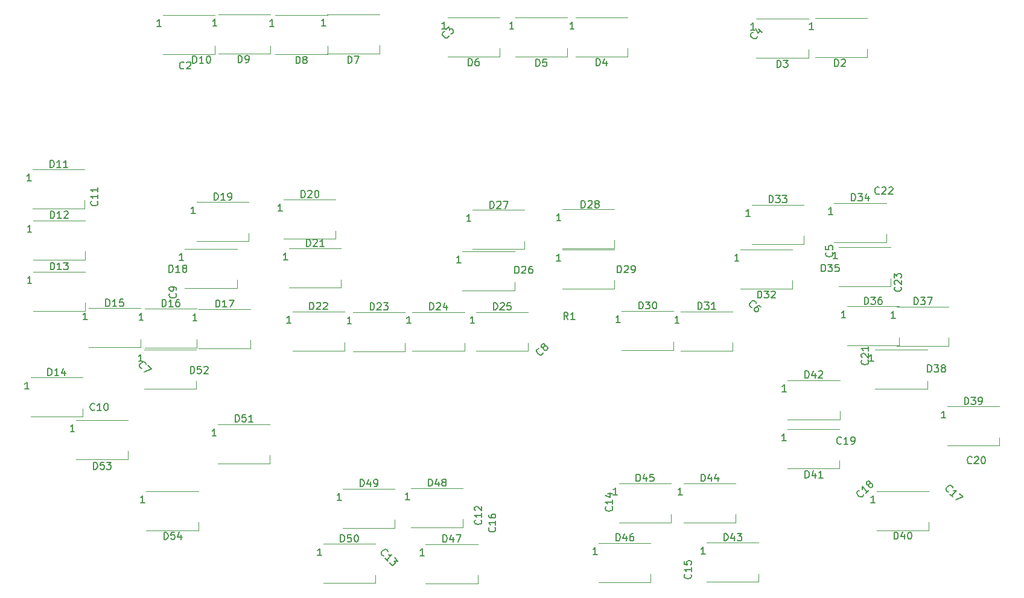
<source format=gbr>
%TF.GenerationSoftware,KiCad,Pcbnew,(5.1.6)-1*%
%TF.CreationDate,2020-11-25T10:01:43+11:00*%
%TF.ProjectId,INTR LT Panel PCB V1,494e5452-204c-4542-9050-616e656c2050,rev?*%
%TF.SameCoordinates,Original*%
%TF.FileFunction,Legend,Top*%
%TF.FilePolarity,Positive*%
%FSLAX46Y46*%
G04 Gerber Fmt 4.6, Leading zero omitted, Abs format (unit mm)*
G04 Created by KiCad (PCBNEW (5.1.6)-1) date 2020-11-25 10:01:43*
%MOMM*%
%LPD*%
G01*
G04 APERTURE LIST*
%ADD10C,0.120000*%
%ADD11C,0.150000*%
G04 APERTURE END LIST*
D10*
%TO.C,D54*%
X56790400Y-115055000D02*
X64090400Y-115055000D01*
X56790400Y-120555000D02*
X64090400Y-120555000D01*
X64090400Y-120555000D02*
X64090400Y-119405000D01*
%TO.C,D53*%
X54233000Y-110573000D02*
X54233000Y-109423000D01*
X46933000Y-110573000D02*
X54233000Y-110573000D01*
X46933000Y-105073000D02*
X54233000Y-105073000D01*
%TO.C,D52*%
X63811000Y-100717600D02*
X63811000Y-99567600D01*
X56511000Y-100717600D02*
X63811000Y-100717600D01*
X56511000Y-95217600D02*
X63811000Y-95217600D01*
%TO.C,D51*%
X74135000Y-111183000D02*
X74135000Y-110033000D01*
X66835000Y-111183000D02*
X74135000Y-111183000D01*
X66835000Y-105683000D02*
X74135000Y-105683000D01*
%TO.C,D50*%
X88931600Y-127972000D02*
X88931600Y-126822000D01*
X81631600Y-127972000D02*
X88931600Y-127972000D01*
X81631600Y-122472000D02*
X88931600Y-122472000D01*
%TO.C,D49*%
X91674800Y-120199000D02*
X91674800Y-119049000D01*
X84374800Y-120199000D02*
X91674800Y-120199000D01*
X84374800Y-114699000D02*
X91674800Y-114699000D01*
%TO.C,D48*%
X101250600Y-120149000D02*
X101250600Y-118999000D01*
X93950600Y-120149000D02*
X101250600Y-120149000D01*
X93950600Y-114649000D02*
X101250600Y-114649000D01*
%TO.C,D47*%
X103308000Y-127997000D02*
X103308000Y-126847000D01*
X96008000Y-127997000D02*
X103308000Y-127997000D01*
X96008000Y-122497000D02*
X103308000Y-122497000D01*
%TO.C,D46*%
X127590000Y-127819000D02*
X127590000Y-126669000D01*
X120290000Y-127819000D02*
X127590000Y-127819000D01*
X120290000Y-122319000D02*
X127590000Y-122319000D01*
%TO.C,D45*%
X130410000Y-119463000D02*
X130410000Y-118313000D01*
X123110000Y-119463000D02*
X130410000Y-119463000D01*
X123110000Y-113963000D02*
X130410000Y-113963000D01*
%TO.C,D44*%
X139515000Y-119463000D02*
X139515000Y-118313000D01*
X132215000Y-119463000D02*
X139515000Y-119463000D01*
X132215000Y-113963000D02*
X139515000Y-113963000D01*
%TO.C,D43*%
X142729000Y-127794000D02*
X142729000Y-126644000D01*
X135429000Y-127794000D02*
X142729000Y-127794000D01*
X135429000Y-122294000D02*
X142729000Y-122294000D01*
%TO.C,D42*%
X154108000Y-104960000D02*
X154108000Y-103810000D01*
X146808000Y-104960000D02*
X154108000Y-104960000D01*
X146808000Y-99460000D02*
X154108000Y-99460000D01*
%TO.C,D41*%
X154083000Y-111869000D02*
X154083000Y-110719000D01*
X146783000Y-111869000D02*
X154083000Y-111869000D01*
X146783000Y-106369000D02*
X154083000Y-106369000D01*
%TO.C,D40*%
X166566000Y-120555000D02*
X166566000Y-119405000D01*
X159266000Y-120555000D02*
X166566000Y-120555000D01*
X159266000Y-115055000D02*
X166566000Y-115055000D01*
%TO.C,D39*%
X176485000Y-108668000D02*
X176485000Y-107518000D01*
X169185000Y-108668000D02*
X176485000Y-108668000D01*
X169185000Y-103168000D02*
X176485000Y-103168000D01*
%TO.C,D38*%
X166376000Y-100717600D02*
X166376000Y-99567600D01*
X159076000Y-100717600D02*
X166376000Y-100717600D01*
X159076000Y-95217600D02*
X166376000Y-95217600D01*
%TO.C,D37*%
X169399000Y-94647400D02*
X169399000Y-93497400D01*
X162099000Y-94647400D02*
X169399000Y-94647400D01*
X162099000Y-89147400D02*
X169399000Y-89147400D01*
%TO.C,D36*%
X162439000Y-94596200D02*
X162439000Y-93446200D01*
X155139000Y-94596200D02*
X162439000Y-94596200D01*
X155139000Y-89096200D02*
X162439000Y-89096200D01*
%TO.C,D35*%
X161271000Y-86315800D02*
X161271000Y-85165800D01*
X153971000Y-86315800D02*
X161271000Y-86315800D01*
X153971000Y-80815800D02*
X161271000Y-80815800D01*
%TO.C,D34*%
X160622000Y-80067600D02*
X160622000Y-78917600D01*
X153322000Y-80067600D02*
X160622000Y-80067600D01*
X153322000Y-74567600D02*
X160622000Y-74567600D01*
%TO.C,D33*%
X149053000Y-80321400D02*
X149053000Y-79171400D01*
X141753000Y-80321400D02*
X149053000Y-80321400D01*
X141753000Y-74821400D02*
X149053000Y-74821400D01*
%TO.C,D32*%
X147451000Y-86595200D02*
X147451000Y-85445200D01*
X140151000Y-86595200D02*
X147451000Y-86595200D01*
X140151000Y-81095200D02*
X147451000Y-81095200D01*
%TO.C,D31*%
X139071000Y-95307400D02*
X139071000Y-94157400D01*
X131771000Y-95307400D02*
X139071000Y-95307400D01*
X131771000Y-89807400D02*
X139071000Y-89807400D01*
%TO.C,D30*%
X130802000Y-95256800D02*
X130802000Y-94106800D01*
X123502000Y-95256800D02*
X130802000Y-95256800D01*
X123502000Y-89756800D02*
X130802000Y-89756800D01*
%TO.C,D29*%
X122460000Y-86621000D02*
X122460000Y-85471000D01*
X115160000Y-86621000D02*
X122460000Y-86621000D01*
X115160000Y-81121000D02*
X122460000Y-81121000D01*
%TO.C,D28*%
X122471000Y-80956600D02*
X122471000Y-79806600D01*
X115171000Y-80956600D02*
X122471000Y-80956600D01*
X115171000Y-75456600D02*
X122471000Y-75456600D01*
%TO.C,D27*%
X109861000Y-81058000D02*
X109861000Y-79908000D01*
X102561000Y-81058000D02*
X109861000Y-81058000D01*
X102561000Y-75558000D02*
X109861000Y-75558000D01*
%TO.C,D26*%
X108462000Y-86849200D02*
X108462000Y-85699200D01*
X101162000Y-86849200D02*
X108462000Y-86849200D01*
X101162000Y-81349200D02*
X108462000Y-81349200D01*
%TO.C,D25*%
X110381000Y-95383800D02*
X110381000Y-94233800D01*
X103081000Y-95383800D02*
X110381000Y-95383800D01*
X103081000Y-89883800D02*
X110381000Y-89883800D01*
%TO.C,D24*%
X101440000Y-95383800D02*
X101440000Y-94233800D01*
X94140000Y-95383800D02*
X101440000Y-95383800D01*
X94140000Y-89883800D02*
X101440000Y-89883800D01*
%TO.C,D23*%
X93097200Y-95409000D02*
X93097200Y-94259000D01*
X85797200Y-95409000D02*
X93097200Y-95409000D01*
X85797200Y-89909000D02*
X93097200Y-89909000D01*
%TO.C,D22*%
X84599800Y-95333000D02*
X84599800Y-94183000D01*
X77299800Y-95333000D02*
X84599800Y-95333000D01*
X77299800Y-89833000D02*
X84599800Y-89833000D01*
%TO.C,D21*%
X84142600Y-86468400D02*
X84142600Y-85318400D01*
X76842600Y-86468400D02*
X84142600Y-86468400D01*
X76842600Y-80968400D02*
X84142600Y-80968400D01*
%TO.C,D20*%
X83392200Y-79610200D02*
X83392200Y-78460200D01*
X76092200Y-79610200D02*
X83392200Y-79610200D01*
X76092200Y-74110200D02*
X83392200Y-74110200D01*
%TO.C,D19*%
X71188600Y-79966000D02*
X71188600Y-78816000D01*
X63888600Y-79966000D02*
X71188600Y-79966000D01*
X63888600Y-74466000D02*
X71188600Y-74466000D01*
%TO.C,D18*%
X69523800Y-86519000D02*
X69523800Y-85369000D01*
X62223800Y-86519000D02*
X69523800Y-86519000D01*
X62223800Y-81019000D02*
X69523800Y-81019000D01*
%TO.C,D17*%
X71431000Y-95002600D02*
X71431000Y-93852600D01*
X64131000Y-95002600D02*
X71431000Y-95002600D01*
X64131000Y-89502600D02*
X71431000Y-89502600D01*
%TO.C,D16*%
X63885000Y-94926400D02*
X63885000Y-93776400D01*
X56585000Y-94926400D02*
X63885000Y-94926400D01*
X56585000Y-89426400D02*
X63885000Y-89426400D01*
%TO.C,D15*%
X56036400Y-94875600D02*
X56036400Y-93725600D01*
X48736400Y-94875600D02*
X56036400Y-94875600D01*
X48736400Y-89375600D02*
X56036400Y-89375600D01*
%TO.C,D14*%
X47859800Y-104604000D02*
X47859800Y-103454000D01*
X40559800Y-104604000D02*
X47859800Y-104604000D01*
X40559800Y-99104000D02*
X47859800Y-99104000D01*
%TO.C,D13*%
X48215400Y-89744800D02*
X48215400Y-88594800D01*
X40915400Y-89744800D02*
X48215400Y-89744800D01*
X40915400Y-84244800D02*
X48215400Y-84244800D01*
%TO.C,D12*%
X48227000Y-82531400D02*
X48227000Y-81381400D01*
X40927000Y-82531400D02*
X48227000Y-82531400D01*
X40927000Y-77031400D02*
X48227000Y-77031400D01*
%TO.C,D11*%
X48164600Y-75368400D02*
X48164600Y-74218400D01*
X40864600Y-75368400D02*
X48164600Y-75368400D01*
X40864600Y-69868400D02*
X48164600Y-69868400D01*
%TO.C,D10*%
X66399600Y-53651400D02*
X66399600Y-52501400D01*
X59099600Y-53651400D02*
X66399600Y-53651400D01*
X59099600Y-48151400D02*
X66399600Y-48151400D01*
%TO.C,D9*%
X74222800Y-53626000D02*
X74222800Y-52476000D01*
X66922800Y-53626000D02*
X74222800Y-53626000D01*
X66922800Y-48126000D02*
X74222800Y-48126000D01*
%TO.C,D8*%
X82226000Y-53651800D02*
X82226000Y-52501800D01*
X74926000Y-53651800D02*
X82226000Y-53651800D01*
X74926000Y-48151800D02*
X82226000Y-48151800D01*
%TO.C,D7*%
X89490400Y-53600600D02*
X89490400Y-52450600D01*
X82190400Y-53600600D02*
X89490400Y-53600600D01*
X82190400Y-48100600D02*
X89490400Y-48100600D01*
%TO.C,D6*%
X106379000Y-54007000D02*
X106379000Y-52857000D01*
X99079000Y-54007000D02*
X106379000Y-54007000D01*
X99079000Y-48507000D02*
X106379000Y-48507000D01*
%TO.C,D5*%
X115881000Y-54007000D02*
X115881000Y-52857000D01*
X108581000Y-54007000D02*
X115881000Y-54007000D01*
X108581000Y-48507000D02*
X115881000Y-48507000D01*
%TO.C,D4*%
X124337000Y-54032800D02*
X124337000Y-52882800D01*
X117037000Y-54032800D02*
X124337000Y-54032800D01*
X117037000Y-48532800D02*
X124337000Y-48532800D01*
%TO.C,D3*%
X149700000Y-54159600D02*
X149700000Y-53009600D01*
X142400000Y-54159600D02*
X149700000Y-54159600D01*
X142400000Y-48659600D02*
X149700000Y-48659600D01*
%TO.C,D2*%
X157930000Y-54108800D02*
X157930000Y-52958800D01*
X150630000Y-54108800D02*
X157930000Y-54108800D01*
X150630000Y-48608800D02*
X157930000Y-48608800D01*
%TO.C,C23*%
D11*
X162654542Y-86383057D02*
X162702161Y-86430676D01*
X162749780Y-86573533D01*
X162749780Y-86668771D01*
X162702161Y-86811628D01*
X162606923Y-86906866D01*
X162511685Y-86954485D01*
X162321209Y-87002104D01*
X162178352Y-87002104D01*
X161987876Y-86954485D01*
X161892638Y-86906866D01*
X161797400Y-86811628D01*
X161749780Y-86668771D01*
X161749780Y-86573533D01*
X161797400Y-86430676D01*
X161845019Y-86383057D01*
X161845019Y-86002104D02*
X161797400Y-85954485D01*
X161749780Y-85859247D01*
X161749780Y-85621152D01*
X161797400Y-85525914D01*
X161845019Y-85478295D01*
X161940257Y-85430676D01*
X162035495Y-85430676D01*
X162178352Y-85478295D01*
X162749780Y-86049723D01*
X162749780Y-85430676D01*
X161749780Y-85097342D02*
X161749780Y-84478295D01*
X162130733Y-84811628D01*
X162130733Y-84668771D01*
X162178352Y-84573533D01*
X162225971Y-84525914D01*
X162321209Y-84478295D01*
X162559304Y-84478295D01*
X162654542Y-84525914D01*
X162702161Y-84573533D01*
X162749780Y-84668771D01*
X162749780Y-84954485D01*
X162702161Y-85049723D01*
X162654542Y-85097342D01*
%TO.C,C22*%
X159656542Y-73246542D02*
X159608923Y-73294161D01*
X159466066Y-73341780D01*
X159370828Y-73341780D01*
X159227971Y-73294161D01*
X159132733Y-73198923D01*
X159085114Y-73103685D01*
X159037495Y-72913209D01*
X159037495Y-72770352D01*
X159085114Y-72579876D01*
X159132733Y-72484638D01*
X159227971Y-72389400D01*
X159370828Y-72341780D01*
X159466066Y-72341780D01*
X159608923Y-72389400D01*
X159656542Y-72437019D01*
X160037495Y-72437019D02*
X160085114Y-72389400D01*
X160180352Y-72341780D01*
X160418447Y-72341780D01*
X160513685Y-72389400D01*
X160561304Y-72437019D01*
X160608923Y-72532257D01*
X160608923Y-72627495D01*
X160561304Y-72770352D01*
X159989876Y-73341780D01*
X160608923Y-73341780D01*
X160989876Y-72437019D02*
X161037495Y-72389400D01*
X161132733Y-72341780D01*
X161370828Y-72341780D01*
X161466066Y-72389400D01*
X161513685Y-72437019D01*
X161561304Y-72532257D01*
X161561304Y-72627495D01*
X161513685Y-72770352D01*
X160942257Y-73341780D01*
X161561304Y-73341780D01*
%TO.C,C21*%
X158040342Y-96654857D02*
X158087961Y-96702476D01*
X158135580Y-96845333D01*
X158135580Y-96940571D01*
X158087961Y-97083428D01*
X157992723Y-97178666D01*
X157897485Y-97226285D01*
X157707009Y-97273904D01*
X157564152Y-97273904D01*
X157373676Y-97226285D01*
X157278438Y-97178666D01*
X157183200Y-97083428D01*
X157135580Y-96940571D01*
X157135580Y-96845333D01*
X157183200Y-96702476D01*
X157230819Y-96654857D01*
X157230819Y-96273904D02*
X157183200Y-96226285D01*
X157135580Y-96131047D01*
X157135580Y-95892952D01*
X157183200Y-95797714D01*
X157230819Y-95750095D01*
X157326057Y-95702476D01*
X157421295Y-95702476D01*
X157564152Y-95750095D01*
X158135580Y-96321523D01*
X158135580Y-95702476D01*
X158135580Y-94750095D02*
X158135580Y-95321523D01*
X158135580Y-95035809D02*
X157135580Y-95035809D01*
X157278438Y-95131047D01*
X157373676Y-95226285D01*
X157421295Y-95321523D01*
%TO.C,C20*%
X172635942Y-111101142D02*
X172588323Y-111148761D01*
X172445466Y-111196380D01*
X172350228Y-111196380D01*
X172207371Y-111148761D01*
X172112133Y-111053523D01*
X172064514Y-110958285D01*
X172016895Y-110767809D01*
X172016895Y-110624952D01*
X172064514Y-110434476D01*
X172112133Y-110339238D01*
X172207371Y-110244000D01*
X172350228Y-110196380D01*
X172445466Y-110196380D01*
X172588323Y-110244000D01*
X172635942Y-110291619D01*
X173016895Y-110291619D02*
X173064514Y-110244000D01*
X173159752Y-110196380D01*
X173397847Y-110196380D01*
X173493085Y-110244000D01*
X173540704Y-110291619D01*
X173588323Y-110386857D01*
X173588323Y-110482095D01*
X173540704Y-110624952D01*
X172969276Y-111196380D01*
X173588323Y-111196380D01*
X174207371Y-110196380D02*
X174302609Y-110196380D01*
X174397847Y-110244000D01*
X174445466Y-110291619D01*
X174493085Y-110386857D01*
X174540704Y-110577333D01*
X174540704Y-110815428D01*
X174493085Y-111005904D01*
X174445466Y-111101142D01*
X174397847Y-111148761D01*
X174302609Y-111196380D01*
X174207371Y-111196380D01*
X174112133Y-111148761D01*
X174064514Y-111101142D01*
X174016895Y-111005904D01*
X173969276Y-110815428D01*
X173969276Y-110577333D01*
X174016895Y-110386857D01*
X174064514Y-110291619D01*
X174112133Y-110244000D01*
X174207371Y-110196380D01*
%TO.C,C19*%
X154322542Y-108341142D02*
X154274923Y-108388761D01*
X154132066Y-108436380D01*
X154036828Y-108436380D01*
X153893971Y-108388761D01*
X153798733Y-108293523D01*
X153751114Y-108198285D01*
X153703495Y-108007809D01*
X153703495Y-107864952D01*
X153751114Y-107674476D01*
X153798733Y-107579238D01*
X153893971Y-107484000D01*
X154036828Y-107436380D01*
X154132066Y-107436380D01*
X154274923Y-107484000D01*
X154322542Y-107531619D01*
X155274923Y-108436380D02*
X154703495Y-108436380D01*
X154989209Y-108436380D02*
X154989209Y-107436380D01*
X154893971Y-107579238D01*
X154798733Y-107674476D01*
X154703495Y-107722095D01*
X155751114Y-108436380D02*
X155941590Y-108436380D01*
X156036828Y-108388761D01*
X156084447Y-108341142D01*
X156179685Y-108198285D01*
X156227304Y-108007809D01*
X156227304Y-107626857D01*
X156179685Y-107531619D01*
X156132066Y-107484000D01*
X156036828Y-107436380D01*
X155846352Y-107436380D01*
X155751114Y-107484000D01*
X155703495Y-107531619D01*
X155655876Y-107626857D01*
X155655876Y-107864952D01*
X155703495Y-107960190D01*
X155751114Y-108007809D01*
X155846352Y-108055428D01*
X156036828Y-108055428D01*
X156132066Y-108007809D01*
X156179685Y-107960190D01*
X156227304Y-107864952D01*
%TO.C,C18*%
X157433905Y-115523294D02*
X157433905Y-115590638D01*
X157366561Y-115725325D01*
X157299218Y-115792668D01*
X157164531Y-115860012D01*
X157029844Y-115860012D01*
X156928829Y-115826340D01*
X156760470Y-115725325D01*
X156659455Y-115624310D01*
X156558439Y-115455951D01*
X156524768Y-115354936D01*
X156524768Y-115220249D01*
X156592111Y-115085562D01*
X156659455Y-115018218D01*
X156794142Y-114950875D01*
X156861485Y-114950875D01*
X158174684Y-114917203D02*
X157770623Y-115321264D01*
X157972653Y-115119233D02*
X157265546Y-114412126D01*
X157299218Y-114580485D01*
X157299218Y-114715172D01*
X157265546Y-114816188D01*
X158174684Y-114109081D02*
X158073668Y-114142752D01*
X158006325Y-114142752D01*
X157905310Y-114109081D01*
X157871638Y-114075409D01*
X157837966Y-113974394D01*
X157837966Y-113907050D01*
X157871638Y-113806035D01*
X158006325Y-113671348D01*
X158107340Y-113637676D01*
X158174684Y-113637676D01*
X158275699Y-113671348D01*
X158309371Y-113705020D01*
X158343042Y-113806035D01*
X158343042Y-113873378D01*
X158309371Y-113974394D01*
X158174684Y-114109081D01*
X158141012Y-114210096D01*
X158141012Y-114277439D01*
X158174684Y-114378455D01*
X158309371Y-114513142D01*
X158410386Y-114546813D01*
X158477729Y-114546813D01*
X158578745Y-114513142D01*
X158713432Y-114378455D01*
X158747103Y-114277439D01*
X158747103Y-114210096D01*
X158713432Y-114109081D01*
X158578745Y-113974394D01*
X158477729Y-113940722D01*
X158410386Y-113940722D01*
X158309371Y-113974394D01*
%TO.C,C17*%
X169351755Y-115133507D02*
X169284411Y-115133507D01*
X169149724Y-115066163D01*
X169082381Y-114998820D01*
X169015037Y-114864133D01*
X169015037Y-114729446D01*
X169048709Y-114628431D01*
X169149724Y-114460072D01*
X169250739Y-114359057D01*
X169419098Y-114258041D01*
X169520113Y-114224370D01*
X169654800Y-114224370D01*
X169789487Y-114291713D01*
X169856831Y-114359057D01*
X169924174Y-114493744D01*
X169924174Y-114561087D01*
X169957846Y-115874286D02*
X169553785Y-115470225D01*
X169755816Y-115672255D02*
X170462923Y-114965148D01*
X170294564Y-114998820D01*
X170159877Y-114998820D01*
X170058862Y-114965148D01*
X170900655Y-115402881D02*
X171372060Y-115874286D01*
X170361907Y-116278347D01*
%TO.C,C16*%
X105733142Y-120165057D02*
X105780761Y-120212676D01*
X105828380Y-120355533D01*
X105828380Y-120450771D01*
X105780761Y-120593628D01*
X105685523Y-120688866D01*
X105590285Y-120736485D01*
X105399809Y-120784104D01*
X105256952Y-120784104D01*
X105066476Y-120736485D01*
X104971238Y-120688866D01*
X104876000Y-120593628D01*
X104828380Y-120450771D01*
X104828380Y-120355533D01*
X104876000Y-120212676D01*
X104923619Y-120165057D01*
X105828380Y-119212676D02*
X105828380Y-119784104D01*
X105828380Y-119498390D02*
X104828380Y-119498390D01*
X104971238Y-119593628D01*
X105066476Y-119688866D01*
X105114095Y-119784104D01*
X104828380Y-118355533D02*
X104828380Y-118546009D01*
X104876000Y-118641247D01*
X104923619Y-118688866D01*
X105066476Y-118784104D01*
X105256952Y-118831723D01*
X105637904Y-118831723D01*
X105733142Y-118784104D01*
X105780761Y-118736485D01*
X105828380Y-118641247D01*
X105828380Y-118450771D01*
X105780761Y-118355533D01*
X105733142Y-118307914D01*
X105637904Y-118260295D01*
X105399809Y-118260295D01*
X105304571Y-118307914D01*
X105256952Y-118355533D01*
X105209333Y-118450771D01*
X105209333Y-118641247D01*
X105256952Y-118736485D01*
X105304571Y-118784104D01*
X105399809Y-118831723D01*
%TO.C,C15*%
X133182342Y-126728457D02*
X133229961Y-126776076D01*
X133277580Y-126918933D01*
X133277580Y-127014171D01*
X133229961Y-127157028D01*
X133134723Y-127252266D01*
X133039485Y-127299885D01*
X132849009Y-127347504D01*
X132706152Y-127347504D01*
X132515676Y-127299885D01*
X132420438Y-127252266D01*
X132325200Y-127157028D01*
X132277580Y-127014171D01*
X132277580Y-126918933D01*
X132325200Y-126776076D01*
X132372819Y-126728457D01*
X133277580Y-125776076D02*
X133277580Y-126347504D01*
X133277580Y-126061790D02*
X132277580Y-126061790D01*
X132420438Y-126157028D01*
X132515676Y-126252266D01*
X132563295Y-126347504D01*
X132277580Y-124871314D02*
X132277580Y-125347504D01*
X132753771Y-125395123D01*
X132706152Y-125347504D01*
X132658533Y-125252266D01*
X132658533Y-125014171D01*
X132706152Y-124918933D01*
X132753771Y-124871314D01*
X132849009Y-124823695D01*
X133087104Y-124823695D01*
X133182342Y-124871314D01*
X133229961Y-124918933D01*
X133277580Y-125014171D01*
X133277580Y-125252266D01*
X133229961Y-125347504D01*
X133182342Y-125395123D01*
%TO.C,C14*%
X122124742Y-117228857D02*
X122172361Y-117276476D01*
X122219980Y-117419333D01*
X122219980Y-117514571D01*
X122172361Y-117657428D01*
X122077123Y-117752666D01*
X121981885Y-117800285D01*
X121791409Y-117847904D01*
X121648552Y-117847904D01*
X121458076Y-117800285D01*
X121362838Y-117752666D01*
X121267600Y-117657428D01*
X121219980Y-117514571D01*
X121219980Y-117419333D01*
X121267600Y-117276476D01*
X121315219Y-117228857D01*
X122219980Y-116276476D02*
X122219980Y-116847904D01*
X122219980Y-116562190D02*
X121219980Y-116562190D01*
X121362838Y-116657428D01*
X121458076Y-116752666D01*
X121505695Y-116847904D01*
X121553314Y-115419333D02*
X122219980Y-115419333D01*
X121172361Y-115657428D02*
X121886647Y-115895523D01*
X121886647Y-115276476D01*
%TO.C,C13*%
X90103755Y-124150507D02*
X90036411Y-124150507D01*
X89901724Y-124083163D01*
X89834381Y-124015820D01*
X89767037Y-123881133D01*
X89767037Y-123746446D01*
X89800709Y-123645431D01*
X89901724Y-123477072D01*
X90002739Y-123376057D01*
X90171098Y-123275041D01*
X90272113Y-123241370D01*
X90406800Y-123241370D01*
X90541487Y-123308713D01*
X90608831Y-123376057D01*
X90676174Y-123510744D01*
X90676174Y-123578087D01*
X90709846Y-124891286D02*
X90305785Y-124487225D01*
X90507816Y-124689255D02*
X91214923Y-123982148D01*
X91046564Y-124015820D01*
X90911877Y-124015820D01*
X90810862Y-123982148D01*
X91652655Y-124419881D02*
X92090388Y-124857614D01*
X91585312Y-124891286D01*
X91686327Y-124992301D01*
X91719999Y-125093316D01*
X91719999Y-125160660D01*
X91686327Y-125261675D01*
X91517968Y-125430034D01*
X91416953Y-125463705D01*
X91349610Y-125463705D01*
X91248594Y-125430034D01*
X91046564Y-125228003D01*
X91012892Y-125126988D01*
X91012892Y-125059644D01*
%TO.C,C12*%
X103769142Y-119108457D02*
X103816761Y-119156076D01*
X103864380Y-119298933D01*
X103864380Y-119394171D01*
X103816761Y-119537028D01*
X103721523Y-119632266D01*
X103626285Y-119679885D01*
X103435809Y-119727504D01*
X103292952Y-119727504D01*
X103102476Y-119679885D01*
X103007238Y-119632266D01*
X102912000Y-119537028D01*
X102864380Y-119394171D01*
X102864380Y-119298933D01*
X102912000Y-119156076D01*
X102959619Y-119108457D01*
X103864380Y-118156076D02*
X103864380Y-118727504D01*
X103864380Y-118441790D02*
X102864380Y-118441790D01*
X103007238Y-118537028D01*
X103102476Y-118632266D01*
X103150095Y-118727504D01*
X102959619Y-117775123D02*
X102912000Y-117727504D01*
X102864380Y-117632266D01*
X102864380Y-117394171D01*
X102912000Y-117298933D01*
X102959619Y-117251314D01*
X103054857Y-117203695D01*
X103150095Y-117203695D01*
X103292952Y-117251314D01*
X103864380Y-117822742D01*
X103864380Y-117203695D01*
%TO.C,C11*%
X49921142Y-74328257D02*
X49968761Y-74375876D01*
X50016380Y-74518733D01*
X50016380Y-74613971D01*
X49968761Y-74756828D01*
X49873523Y-74852066D01*
X49778285Y-74899685D01*
X49587809Y-74947304D01*
X49444952Y-74947304D01*
X49254476Y-74899685D01*
X49159238Y-74852066D01*
X49064000Y-74756828D01*
X49016380Y-74613971D01*
X49016380Y-74518733D01*
X49064000Y-74375876D01*
X49111619Y-74328257D01*
X50016380Y-73375876D02*
X50016380Y-73947304D01*
X50016380Y-73661590D02*
X49016380Y-73661590D01*
X49159238Y-73756828D01*
X49254476Y-73852066D01*
X49302095Y-73947304D01*
X50016380Y-72423495D02*
X50016380Y-72994923D01*
X50016380Y-72709209D02*
X49016380Y-72709209D01*
X49159238Y-72804447D01*
X49254476Y-72899685D01*
X49302095Y-72994923D01*
%TO.C,C10*%
X49547542Y-103633542D02*
X49499923Y-103681161D01*
X49357066Y-103728780D01*
X49261828Y-103728780D01*
X49118971Y-103681161D01*
X49023733Y-103585923D01*
X48976114Y-103490685D01*
X48928495Y-103300209D01*
X48928495Y-103157352D01*
X48976114Y-102966876D01*
X49023733Y-102871638D01*
X49118971Y-102776400D01*
X49261828Y-102728780D01*
X49357066Y-102728780D01*
X49499923Y-102776400D01*
X49547542Y-102824019D01*
X50499923Y-103728780D02*
X49928495Y-103728780D01*
X50214209Y-103728780D02*
X50214209Y-102728780D01*
X50118971Y-102871638D01*
X50023733Y-102966876D01*
X49928495Y-103014495D01*
X51118971Y-102728780D02*
X51214209Y-102728780D01*
X51309447Y-102776400D01*
X51357066Y-102824019D01*
X51404685Y-102919257D01*
X51452304Y-103109733D01*
X51452304Y-103347828D01*
X51404685Y-103538304D01*
X51357066Y-103633542D01*
X51309447Y-103681161D01*
X51214209Y-103728780D01*
X51118971Y-103728780D01*
X51023733Y-103681161D01*
X50976114Y-103633542D01*
X50928495Y-103538304D01*
X50880876Y-103347828D01*
X50880876Y-103109733D01*
X50928495Y-102919257D01*
X50976114Y-102824019D01*
X51023733Y-102776400D01*
X51118971Y-102728780D01*
%TO.C,C9*%
X60927542Y-87303866D02*
X60975161Y-87351485D01*
X61022780Y-87494342D01*
X61022780Y-87589580D01*
X60975161Y-87732438D01*
X60879923Y-87827676D01*
X60784685Y-87875295D01*
X60594209Y-87922914D01*
X60451352Y-87922914D01*
X60260876Y-87875295D01*
X60165638Y-87827676D01*
X60070400Y-87732438D01*
X60022780Y-87589580D01*
X60022780Y-87494342D01*
X60070400Y-87351485D01*
X60118019Y-87303866D01*
X61022780Y-86827676D02*
X61022780Y-86637200D01*
X60975161Y-86541961D01*
X60927542Y-86494342D01*
X60784685Y-86399104D01*
X60594209Y-86351485D01*
X60213257Y-86351485D01*
X60118019Y-86399104D01*
X60070400Y-86446723D01*
X60022780Y-86541961D01*
X60022780Y-86732438D01*
X60070400Y-86827676D01*
X60118019Y-86875295D01*
X60213257Y-86922914D01*
X60451352Y-86922914D01*
X60546590Y-86875295D01*
X60594209Y-86827676D01*
X60641828Y-86732438D01*
X60641828Y-86541961D01*
X60594209Y-86446723D01*
X60546590Y-86399104D01*
X60451352Y-86351485D01*
%TO.C,C8*%
X112484749Y-95575451D02*
X112484749Y-95642794D01*
X112417405Y-95777481D01*
X112350062Y-95844825D01*
X112215374Y-95912168D01*
X112080687Y-95912168D01*
X111979672Y-95878497D01*
X111811313Y-95777481D01*
X111710298Y-95676466D01*
X111609283Y-95508107D01*
X111575611Y-95407092D01*
X111575611Y-95272405D01*
X111642955Y-95137718D01*
X111710298Y-95070374D01*
X111844985Y-95003031D01*
X111912329Y-95003031D01*
X112552092Y-94834672D02*
X112451077Y-94868344D01*
X112383733Y-94868344D01*
X112282718Y-94834672D01*
X112249046Y-94801000D01*
X112215374Y-94699985D01*
X112215374Y-94632642D01*
X112249046Y-94531626D01*
X112383733Y-94396939D01*
X112484749Y-94363268D01*
X112552092Y-94363268D01*
X112653107Y-94396939D01*
X112686779Y-94430611D01*
X112720451Y-94531626D01*
X112720451Y-94598970D01*
X112686779Y-94699985D01*
X112552092Y-94834672D01*
X112518420Y-94935687D01*
X112518420Y-95003031D01*
X112552092Y-95104046D01*
X112686779Y-95238733D01*
X112787794Y-95272405D01*
X112855138Y-95272405D01*
X112956153Y-95238733D01*
X113090840Y-95104046D01*
X113124512Y-95003031D01*
X113124512Y-94935687D01*
X113090840Y-94834672D01*
X112956153Y-94699985D01*
X112855138Y-94666313D01*
X112787794Y-94666313D01*
X112686779Y-94699985D01*
%TO.C,C7*%
X56165824Y-97807177D02*
X56098481Y-97807177D01*
X55963794Y-97739833D01*
X55896450Y-97672490D01*
X55829107Y-97537802D01*
X55829107Y-97403115D01*
X55862778Y-97302100D01*
X55963794Y-97133741D01*
X56064809Y-97032726D01*
X56233168Y-96931711D01*
X56334183Y-96898039D01*
X56468870Y-96898039D01*
X56603557Y-96965383D01*
X56670901Y-97032726D01*
X56738244Y-97167413D01*
X56738244Y-97234757D01*
X57041290Y-97403115D02*
X57512694Y-97874520D01*
X56502542Y-98278581D01*
%TO.C,C6*%
X141773872Y-89206625D02*
X141706529Y-89206625D01*
X141571842Y-89139281D01*
X141504498Y-89071938D01*
X141437155Y-88937250D01*
X141437155Y-88802563D01*
X141470826Y-88701548D01*
X141571842Y-88533189D01*
X141672857Y-88432174D01*
X141841216Y-88331159D01*
X141942231Y-88297487D01*
X142076918Y-88297487D01*
X142211605Y-88364831D01*
X142278949Y-88432174D01*
X142346292Y-88566861D01*
X142346292Y-88634205D01*
X143019727Y-89172953D02*
X142885040Y-89038266D01*
X142784025Y-89004594D01*
X142716681Y-89004594D01*
X142548323Y-89038266D01*
X142379964Y-89139281D01*
X142110590Y-89408655D01*
X142076918Y-89509670D01*
X142076918Y-89577014D01*
X142110590Y-89678029D01*
X142245277Y-89812716D01*
X142346292Y-89846388D01*
X142413636Y-89846388D01*
X142514651Y-89812716D01*
X142683010Y-89644357D01*
X142716681Y-89543342D01*
X142716681Y-89475999D01*
X142683010Y-89374983D01*
X142548323Y-89240296D01*
X142447307Y-89206625D01*
X142379964Y-89206625D01*
X142278949Y-89240296D01*
%TO.C,C5*%
X153027942Y-81512666D02*
X153075561Y-81560285D01*
X153123180Y-81703142D01*
X153123180Y-81798380D01*
X153075561Y-81941238D01*
X152980323Y-82036476D01*
X152885085Y-82084095D01*
X152694609Y-82131714D01*
X152551752Y-82131714D01*
X152361276Y-82084095D01*
X152266038Y-82036476D01*
X152170800Y-81941238D01*
X152123180Y-81798380D01*
X152123180Y-81703142D01*
X152170800Y-81560285D01*
X152218419Y-81512666D01*
X152123180Y-80607904D02*
X152123180Y-81084095D01*
X152599371Y-81131714D01*
X152551752Y-81084095D01*
X152504133Y-80988857D01*
X152504133Y-80750761D01*
X152551752Y-80655523D01*
X152599371Y-80607904D01*
X152694609Y-80560285D01*
X152932704Y-80560285D01*
X153027942Y-80607904D01*
X153075561Y-80655523D01*
X153123180Y-80750761D01*
X153123180Y-80988857D01*
X153075561Y-81084095D01*
X153027942Y-81131714D01*
%TO.C,C4*%
X142507549Y-51176251D02*
X142507549Y-51243594D01*
X142440205Y-51378281D01*
X142372862Y-51445625D01*
X142238174Y-51512968D01*
X142103487Y-51512968D01*
X142002472Y-51479297D01*
X141834113Y-51378281D01*
X141733098Y-51277266D01*
X141632083Y-51108907D01*
X141598411Y-51007892D01*
X141598411Y-50873205D01*
X141665755Y-50738518D01*
X141733098Y-50671174D01*
X141867785Y-50603831D01*
X141935129Y-50603831D01*
X142709579Y-50166098D02*
X143180984Y-50637503D01*
X142271846Y-50065083D02*
X142608564Y-50738518D01*
X143046297Y-50300785D01*
%TO.C,C3*%
X99253675Y-51072325D02*
X99253675Y-51139668D01*
X99186331Y-51274355D01*
X99118988Y-51341699D01*
X98984300Y-51409042D01*
X98849613Y-51409042D01*
X98748598Y-51375371D01*
X98580239Y-51274355D01*
X98479224Y-51173340D01*
X98378209Y-51004981D01*
X98344537Y-50903966D01*
X98344537Y-50769279D01*
X98411881Y-50634592D01*
X98479224Y-50567248D01*
X98613911Y-50499905D01*
X98681255Y-50499905D01*
X98849613Y-50196859D02*
X99287346Y-49759126D01*
X99321018Y-50264203D01*
X99422033Y-50163187D01*
X99523049Y-50129516D01*
X99590392Y-50129516D01*
X99691407Y-50163187D01*
X99859766Y-50331546D01*
X99893438Y-50432561D01*
X99893438Y-50499905D01*
X99859766Y-50600920D01*
X99657736Y-50802951D01*
X99556720Y-50836623D01*
X99489377Y-50836623D01*
%TO.C,C2*%
X62088733Y-55652942D02*
X62041114Y-55700561D01*
X61898257Y-55748180D01*
X61803019Y-55748180D01*
X61660161Y-55700561D01*
X61564923Y-55605323D01*
X61517304Y-55510085D01*
X61469685Y-55319609D01*
X61469685Y-55176752D01*
X61517304Y-54986276D01*
X61564923Y-54891038D01*
X61660161Y-54795800D01*
X61803019Y-54748180D01*
X61898257Y-54748180D01*
X62041114Y-54795800D01*
X62088733Y-54843419D01*
X62469685Y-54843419D02*
X62517304Y-54795800D01*
X62612542Y-54748180D01*
X62850638Y-54748180D01*
X62945876Y-54795800D01*
X62993495Y-54843419D01*
X63041114Y-54938657D01*
X63041114Y-55033895D01*
X62993495Y-55176752D01*
X62422066Y-55748180D01*
X63041114Y-55748180D01*
%TO.C,D54*%
X59288514Y-121813580D02*
X59288514Y-120813580D01*
X59526609Y-120813580D01*
X59669466Y-120861200D01*
X59764704Y-120956438D01*
X59812323Y-121051676D01*
X59859942Y-121242152D01*
X59859942Y-121385009D01*
X59812323Y-121575485D01*
X59764704Y-121670723D01*
X59669466Y-121765961D01*
X59526609Y-121813580D01*
X59288514Y-121813580D01*
X60764704Y-120813580D02*
X60288514Y-120813580D01*
X60240895Y-121289771D01*
X60288514Y-121242152D01*
X60383752Y-121194533D01*
X60621847Y-121194533D01*
X60717085Y-121242152D01*
X60764704Y-121289771D01*
X60812323Y-121385009D01*
X60812323Y-121623104D01*
X60764704Y-121718342D01*
X60717085Y-121765961D01*
X60621847Y-121813580D01*
X60383752Y-121813580D01*
X60288514Y-121765961D01*
X60240895Y-121718342D01*
X61669466Y-121146914D02*
X61669466Y-121813580D01*
X61431371Y-120765961D02*
X61193276Y-121480247D01*
X61812323Y-121480247D01*
X56576114Y-116657380D02*
X56004685Y-116657380D01*
X56290400Y-116657380D02*
X56290400Y-115657380D01*
X56195161Y-115800238D01*
X56099923Y-115895476D01*
X56004685Y-115943095D01*
%TO.C,D53*%
X49382514Y-111983780D02*
X49382514Y-110983780D01*
X49620609Y-110983780D01*
X49763466Y-111031400D01*
X49858704Y-111126638D01*
X49906323Y-111221876D01*
X49953942Y-111412352D01*
X49953942Y-111555209D01*
X49906323Y-111745685D01*
X49858704Y-111840923D01*
X49763466Y-111936161D01*
X49620609Y-111983780D01*
X49382514Y-111983780D01*
X50858704Y-110983780D02*
X50382514Y-110983780D01*
X50334895Y-111459971D01*
X50382514Y-111412352D01*
X50477752Y-111364733D01*
X50715847Y-111364733D01*
X50811085Y-111412352D01*
X50858704Y-111459971D01*
X50906323Y-111555209D01*
X50906323Y-111793304D01*
X50858704Y-111888542D01*
X50811085Y-111936161D01*
X50715847Y-111983780D01*
X50477752Y-111983780D01*
X50382514Y-111936161D01*
X50334895Y-111888542D01*
X51239657Y-110983780D02*
X51858704Y-110983780D01*
X51525371Y-111364733D01*
X51668228Y-111364733D01*
X51763466Y-111412352D01*
X51811085Y-111459971D01*
X51858704Y-111555209D01*
X51858704Y-111793304D01*
X51811085Y-111888542D01*
X51763466Y-111936161D01*
X51668228Y-111983780D01*
X51382514Y-111983780D01*
X51287276Y-111936161D01*
X51239657Y-111888542D01*
X46718714Y-106675380D02*
X46147285Y-106675380D01*
X46433000Y-106675380D02*
X46433000Y-105675380D01*
X46337761Y-105818238D01*
X46242523Y-105913476D01*
X46147285Y-105961095D01*
%TO.C,D52*%
X62996914Y-98521780D02*
X62996914Y-97521780D01*
X63235009Y-97521780D01*
X63377866Y-97569400D01*
X63473104Y-97664638D01*
X63520723Y-97759876D01*
X63568342Y-97950352D01*
X63568342Y-98093209D01*
X63520723Y-98283685D01*
X63473104Y-98378923D01*
X63377866Y-98474161D01*
X63235009Y-98521780D01*
X62996914Y-98521780D01*
X64473104Y-97521780D02*
X63996914Y-97521780D01*
X63949295Y-97997971D01*
X63996914Y-97950352D01*
X64092152Y-97902733D01*
X64330247Y-97902733D01*
X64425485Y-97950352D01*
X64473104Y-97997971D01*
X64520723Y-98093209D01*
X64520723Y-98331304D01*
X64473104Y-98426542D01*
X64425485Y-98474161D01*
X64330247Y-98521780D01*
X64092152Y-98521780D01*
X63996914Y-98474161D01*
X63949295Y-98426542D01*
X64901676Y-97617019D02*
X64949295Y-97569400D01*
X65044533Y-97521780D01*
X65282628Y-97521780D01*
X65377866Y-97569400D01*
X65425485Y-97617019D01*
X65473104Y-97712257D01*
X65473104Y-97807495D01*
X65425485Y-97950352D01*
X64854057Y-98521780D01*
X65473104Y-98521780D01*
X56296714Y-96819980D02*
X55725285Y-96819980D01*
X56011000Y-96819980D02*
X56011000Y-95819980D01*
X55915761Y-95962838D01*
X55820523Y-96058076D01*
X55725285Y-96105695D01*
%TO.C,D51*%
X69296114Y-105303580D02*
X69296114Y-104303580D01*
X69534209Y-104303580D01*
X69677066Y-104351200D01*
X69772304Y-104446438D01*
X69819923Y-104541676D01*
X69867542Y-104732152D01*
X69867542Y-104875009D01*
X69819923Y-105065485D01*
X69772304Y-105160723D01*
X69677066Y-105255961D01*
X69534209Y-105303580D01*
X69296114Y-105303580D01*
X70772304Y-104303580D02*
X70296114Y-104303580D01*
X70248495Y-104779771D01*
X70296114Y-104732152D01*
X70391352Y-104684533D01*
X70629447Y-104684533D01*
X70724685Y-104732152D01*
X70772304Y-104779771D01*
X70819923Y-104875009D01*
X70819923Y-105113104D01*
X70772304Y-105208342D01*
X70724685Y-105255961D01*
X70629447Y-105303580D01*
X70391352Y-105303580D01*
X70296114Y-105255961D01*
X70248495Y-105208342D01*
X71772304Y-105303580D02*
X71200876Y-105303580D01*
X71486590Y-105303580D02*
X71486590Y-104303580D01*
X71391352Y-104446438D01*
X71296114Y-104541676D01*
X71200876Y-104589295D01*
X66620714Y-107285380D02*
X66049285Y-107285380D01*
X66335000Y-107285380D02*
X66335000Y-106285380D01*
X66239761Y-106428238D01*
X66144523Y-106523476D01*
X66049285Y-106571095D01*
%TO.C,D50*%
X84067314Y-122174380D02*
X84067314Y-121174380D01*
X84305409Y-121174380D01*
X84448266Y-121222000D01*
X84543504Y-121317238D01*
X84591123Y-121412476D01*
X84638742Y-121602952D01*
X84638742Y-121745809D01*
X84591123Y-121936285D01*
X84543504Y-122031523D01*
X84448266Y-122126761D01*
X84305409Y-122174380D01*
X84067314Y-122174380D01*
X85543504Y-121174380D02*
X85067314Y-121174380D01*
X85019695Y-121650571D01*
X85067314Y-121602952D01*
X85162552Y-121555333D01*
X85400647Y-121555333D01*
X85495885Y-121602952D01*
X85543504Y-121650571D01*
X85591123Y-121745809D01*
X85591123Y-121983904D01*
X85543504Y-122079142D01*
X85495885Y-122126761D01*
X85400647Y-122174380D01*
X85162552Y-122174380D01*
X85067314Y-122126761D01*
X85019695Y-122079142D01*
X86210171Y-121174380D02*
X86305409Y-121174380D01*
X86400647Y-121222000D01*
X86448266Y-121269619D01*
X86495885Y-121364857D01*
X86543504Y-121555333D01*
X86543504Y-121793428D01*
X86495885Y-121983904D01*
X86448266Y-122079142D01*
X86400647Y-122126761D01*
X86305409Y-122174380D01*
X86210171Y-122174380D01*
X86114933Y-122126761D01*
X86067314Y-122079142D01*
X86019695Y-121983904D01*
X85972076Y-121793428D01*
X85972076Y-121555333D01*
X86019695Y-121364857D01*
X86067314Y-121269619D01*
X86114933Y-121222000D01*
X86210171Y-121174380D01*
X81417314Y-124074380D02*
X80845885Y-124074380D01*
X81131600Y-124074380D02*
X81131600Y-123074380D01*
X81036361Y-123217238D01*
X80941123Y-123312476D01*
X80845885Y-123360095D01*
%TO.C,D49*%
X86810514Y-114401380D02*
X86810514Y-113401380D01*
X87048609Y-113401380D01*
X87191466Y-113449000D01*
X87286704Y-113544238D01*
X87334323Y-113639476D01*
X87381942Y-113829952D01*
X87381942Y-113972809D01*
X87334323Y-114163285D01*
X87286704Y-114258523D01*
X87191466Y-114353761D01*
X87048609Y-114401380D01*
X86810514Y-114401380D01*
X88239085Y-113734714D02*
X88239085Y-114401380D01*
X88000990Y-113353761D02*
X87762895Y-114068047D01*
X88381942Y-114068047D01*
X88810514Y-114401380D02*
X89000990Y-114401380D01*
X89096228Y-114353761D01*
X89143847Y-114306142D01*
X89239085Y-114163285D01*
X89286704Y-113972809D01*
X89286704Y-113591857D01*
X89239085Y-113496619D01*
X89191466Y-113449000D01*
X89096228Y-113401380D01*
X88905752Y-113401380D01*
X88810514Y-113449000D01*
X88762895Y-113496619D01*
X88715276Y-113591857D01*
X88715276Y-113829952D01*
X88762895Y-113925190D01*
X88810514Y-113972809D01*
X88905752Y-114020428D01*
X89096228Y-114020428D01*
X89191466Y-113972809D01*
X89239085Y-113925190D01*
X89286704Y-113829952D01*
X84160514Y-116301380D02*
X83589085Y-116301380D01*
X83874800Y-116301380D02*
X83874800Y-115301380D01*
X83779561Y-115444238D01*
X83684323Y-115539476D01*
X83589085Y-115587095D01*
%TO.C,D48*%
X96386314Y-114351380D02*
X96386314Y-113351380D01*
X96624409Y-113351380D01*
X96767266Y-113399000D01*
X96862504Y-113494238D01*
X96910123Y-113589476D01*
X96957742Y-113779952D01*
X96957742Y-113922809D01*
X96910123Y-114113285D01*
X96862504Y-114208523D01*
X96767266Y-114303761D01*
X96624409Y-114351380D01*
X96386314Y-114351380D01*
X97814885Y-113684714D02*
X97814885Y-114351380D01*
X97576790Y-113303761D02*
X97338695Y-114018047D01*
X97957742Y-114018047D01*
X98481552Y-113779952D02*
X98386314Y-113732333D01*
X98338695Y-113684714D01*
X98291076Y-113589476D01*
X98291076Y-113541857D01*
X98338695Y-113446619D01*
X98386314Y-113399000D01*
X98481552Y-113351380D01*
X98672028Y-113351380D01*
X98767266Y-113399000D01*
X98814885Y-113446619D01*
X98862504Y-113541857D01*
X98862504Y-113589476D01*
X98814885Y-113684714D01*
X98767266Y-113732333D01*
X98672028Y-113779952D01*
X98481552Y-113779952D01*
X98386314Y-113827571D01*
X98338695Y-113875190D01*
X98291076Y-113970428D01*
X98291076Y-114160904D01*
X98338695Y-114256142D01*
X98386314Y-114303761D01*
X98481552Y-114351380D01*
X98672028Y-114351380D01*
X98767266Y-114303761D01*
X98814885Y-114256142D01*
X98862504Y-114160904D01*
X98862504Y-113970428D01*
X98814885Y-113875190D01*
X98767266Y-113827571D01*
X98672028Y-113779952D01*
X93736314Y-116251380D02*
X93164885Y-116251380D01*
X93450600Y-116251380D02*
X93450600Y-115251380D01*
X93355361Y-115394238D01*
X93260123Y-115489476D01*
X93164885Y-115537095D01*
%TO.C,D47*%
X98443714Y-122199380D02*
X98443714Y-121199380D01*
X98681809Y-121199380D01*
X98824666Y-121247000D01*
X98919904Y-121342238D01*
X98967523Y-121437476D01*
X99015142Y-121627952D01*
X99015142Y-121770809D01*
X98967523Y-121961285D01*
X98919904Y-122056523D01*
X98824666Y-122151761D01*
X98681809Y-122199380D01*
X98443714Y-122199380D01*
X99872285Y-121532714D02*
X99872285Y-122199380D01*
X99634190Y-121151761D02*
X99396095Y-121866047D01*
X100015142Y-121866047D01*
X100300857Y-121199380D02*
X100967523Y-121199380D01*
X100538952Y-122199380D01*
X95793714Y-124099380D02*
X95222285Y-124099380D01*
X95508000Y-124099380D02*
X95508000Y-123099380D01*
X95412761Y-123242238D01*
X95317523Y-123337476D01*
X95222285Y-123385095D01*
%TO.C,D46*%
X122725714Y-122021380D02*
X122725714Y-121021380D01*
X122963809Y-121021380D01*
X123106666Y-121069000D01*
X123201904Y-121164238D01*
X123249523Y-121259476D01*
X123297142Y-121449952D01*
X123297142Y-121592809D01*
X123249523Y-121783285D01*
X123201904Y-121878523D01*
X123106666Y-121973761D01*
X122963809Y-122021380D01*
X122725714Y-122021380D01*
X124154285Y-121354714D02*
X124154285Y-122021380D01*
X123916190Y-120973761D02*
X123678095Y-121688047D01*
X124297142Y-121688047D01*
X125106666Y-121021380D02*
X124916190Y-121021380D01*
X124820952Y-121069000D01*
X124773333Y-121116619D01*
X124678095Y-121259476D01*
X124630476Y-121449952D01*
X124630476Y-121830904D01*
X124678095Y-121926142D01*
X124725714Y-121973761D01*
X124820952Y-122021380D01*
X125011428Y-122021380D01*
X125106666Y-121973761D01*
X125154285Y-121926142D01*
X125201904Y-121830904D01*
X125201904Y-121592809D01*
X125154285Y-121497571D01*
X125106666Y-121449952D01*
X125011428Y-121402333D01*
X124820952Y-121402333D01*
X124725714Y-121449952D01*
X124678095Y-121497571D01*
X124630476Y-121592809D01*
X120075714Y-123921380D02*
X119504285Y-123921380D01*
X119790000Y-123921380D02*
X119790000Y-122921380D01*
X119694761Y-123064238D01*
X119599523Y-123159476D01*
X119504285Y-123207095D01*
%TO.C,D45*%
X125545714Y-113665380D02*
X125545714Y-112665380D01*
X125783809Y-112665380D01*
X125926666Y-112713000D01*
X126021904Y-112808238D01*
X126069523Y-112903476D01*
X126117142Y-113093952D01*
X126117142Y-113236809D01*
X126069523Y-113427285D01*
X126021904Y-113522523D01*
X125926666Y-113617761D01*
X125783809Y-113665380D01*
X125545714Y-113665380D01*
X126974285Y-112998714D02*
X126974285Y-113665380D01*
X126736190Y-112617761D02*
X126498095Y-113332047D01*
X127117142Y-113332047D01*
X127974285Y-112665380D02*
X127498095Y-112665380D01*
X127450476Y-113141571D01*
X127498095Y-113093952D01*
X127593333Y-113046333D01*
X127831428Y-113046333D01*
X127926666Y-113093952D01*
X127974285Y-113141571D01*
X128021904Y-113236809D01*
X128021904Y-113474904D01*
X127974285Y-113570142D01*
X127926666Y-113617761D01*
X127831428Y-113665380D01*
X127593333Y-113665380D01*
X127498095Y-113617761D01*
X127450476Y-113570142D01*
X122895714Y-115565380D02*
X122324285Y-115565380D01*
X122610000Y-115565380D02*
X122610000Y-114565380D01*
X122514761Y-114708238D01*
X122419523Y-114803476D01*
X122324285Y-114851095D01*
%TO.C,D44*%
X134650714Y-113665380D02*
X134650714Y-112665380D01*
X134888809Y-112665380D01*
X135031666Y-112713000D01*
X135126904Y-112808238D01*
X135174523Y-112903476D01*
X135222142Y-113093952D01*
X135222142Y-113236809D01*
X135174523Y-113427285D01*
X135126904Y-113522523D01*
X135031666Y-113617761D01*
X134888809Y-113665380D01*
X134650714Y-113665380D01*
X136079285Y-112998714D02*
X136079285Y-113665380D01*
X135841190Y-112617761D02*
X135603095Y-113332047D01*
X136222142Y-113332047D01*
X137031666Y-112998714D02*
X137031666Y-113665380D01*
X136793571Y-112617761D02*
X136555476Y-113332047D01*
X137174523Y-113332047D01*
X132000714Y-115565380D02*
X131429285Y-115565380D01*
X131715000Y-115565380D02*
X131715000Y-114565380D01*
X131619761Y-114708238D01*
X131524523Y-114803476D01*
X131429285Y-114851095D01*
%TO.C,D43*%
X137864714Y-121996380D02*
X137864714Y-120996380D01*
X138102809Y-120996380D01*
X138245666Y-121044000D01*
X138340904Y-121139238D01*
X138388523Y-121234476D01*
X138436142Y-121424952D01*
X138436142Y-121567809D01*
X138388523Y-121758285D01*
X138340904Y-121853523D01*
X138245666Y-121948761D01*
X138102809Y-121996380D01*
X137864714Y-121996380D01*
X139293285Y-121329714D02*
X139293285Y-121996380D01*
X139055190Y-120948761D02*
X138817095Y-121663047D01*
X139436142Y-121663047D01*
X139721857Y-120996380D02*
X140340904Y-120996380D01*
X140007571Y-121377333D01*
X140150428Y-121377333D01*
X140245666Y-121424952D01*
X140293285Y-121472571D01*
X140340904Y-121567809D01*
X140340904Y-121805904D01*
X140293285Y-121901142D01*
X140245666Y-121948761D01*
X140150428Y-121996380D01*
X139864714Y-121996380D01*
X139769476Y-121948761D01*
X139721857Y-121901142D01*
X135214714Y-123896380D02*
X134643285Y-123896380D01*
X134929000Y-123896380D02*
X134929000Y-122896380D01*
X134833761Y-123039238D01*
X134738523Y-123134476D01*
X134643285Y-123182095D01*
%TO.C,D42*%
X149243714Y-99162380D02*
X149243714Y-98162380D01*
X149481809Y-98162380D01*
X149624666Y-98210000D01*
X149719904Y-98305238D01*
X149767523Y-98400476D01*
X149815142Y-98590952D01*
X149815142Y-98733809D01*
X149767523Y-98924285D01*
X149719904Y-99019523D01*
X149624666Y-99114761D01*
X149481809Y-99162380D01*
X149243714Y-99162380D01*
X150672285Y-98495714D02*
X150672285Y-99162380D01*
X150434190Y-98114761D02*
X150196095Y-98829047D01*
X150815142Y-98829047D01*
X151148476Y-98257619D02*
X151196095Y-98210000D01*
X151291333Y-98162380D01*
X151529428Y-98162380D01*
X151624666Y-98210000D01*
X151672285Y-98257619D01*
X151719904Y-98352857D01*
X151719904Y-98448095D01*
X151672285Y-98590952D01*
X151100857Y-99162380D01*
X151719904Y-99162380D01*
X146593714Y-101062380D02*
X146022285Y-101062380D01*
X146308000Y-101062380D02*
X146308000Y-100062380D01*
X146212761Y-100205238D01*
X146117523Y-100300476D01*
X146022285Y-100348095D01*
%TO.C,D41*%
X149255914Y-113178380D02*
X149255914Y-112178380D01*
X149494009Y-112178380D01*
X149636866Y-112226000D01*
X149732104Y-112321238D01*
X149779723Y-112416476D01*
X149827342Y-112606952D01*
X149827342Y-112749809D01*
X149779723Y-112940285D01*
X149732104Y-113035523D01*
X149636866Y-113130761D01*
X149494009Y-113178380D01*
X149255914Y-113178380D01*
X150684485Y-112511714D02*
X150684485Y-113178380D01*
X150446390Y-112130761D02*
X150208295Y-112845047D01*
X150827342Y-112845047D01*
X151732104Y-113178380D02*
X151160676Y-113178380D01*
X151446390Y-113178380D02*
X151446390Y-112178380D01*
X151351152Y-112321238D01*
X151255914Y-112416476D01*
X151160676Y-112464095D01*
X146568714Y-107971380D02*
X145997285Y-107971380D01*
X146283000Y-107971380D02*
X146283000Y-106971380D01*
X146187761Y-107114238D01*
X146092523Y-107209476D01*
X145997285Y-107257095D01*
%TO.C,D40*%
X161726714Y-121788180D02*
X161726714Y-120788180D01*
X161964809Y-120788180D01*
X162107666Y-120835800D01*
X162202904Y-120931038D01*
X162250523Y-121026276D01*
X162298142Y-121216752D01*
X162298142Y-121359609D01*
X162250523Y-121550085D01*
X162202904Y-121645323D01*
X162107666Y-121740561D01*
X161964809Y-121788180D01*
X161726714Y-121788180D01*
X163155285Y-121121514D02*
X163155285Y-121788180D01*
X162917190Y-120740561D02*
X162679095Y-121454847D01*
X163298142Y-121454847D01*
X163869571Y-120788180D02*
X163964809Y-120788180D01*
X164060047Y-120835800D01*
X164107666Y-120883419D01*
X164155285Y-120978657D01*
X164202904Y-121169133D01*
X164202904Y-121407228D01*
X164155285Y-121597704D01*
X164107666Y-121692942D01*
X164060047Y-121740561D01*
X163964809Y-121788180D01*
X163869571Y-121788180D01*
X163774333Y-121740561D01*
X163726714Y-121692942D01*
X163679095Y-121597704D01*
X163631476Y-121407228D01*
X163631476Y-121169133D01*
X163679095Y-120978657D01*
X163726714Y-120883419D01*
X163774333Y-120835800D01*
X163869571Y-120788180D01*
X159051714Y-116657380D02*
X158480285Y-116657380D01*
X158766000Y-116657380D02*
X158766000Y-115657380D01*
X158670761Y-115800238D01*
X158575523Y-115895476D01*
X158480285Y-115943095D01*
%TO.C,D39*%
X171620714Y-102870380D02*
X171620714Y-101870380D01*
X171858809Y-101870380D01*
X172001666Y-101918000D01*
X172096904Y-102013238D01*
X172144523Y-102108476D01*
X172192142Y-102298952D01*
X172192142Y-102441809D01*
X172144523Y-102632285D01*
X172096904Y-102727523D01*
X172001666Y-102822761D01*
X171858809Y-102870380D01*
X171620714Y-102870380D01*
X172525476Y-101870380D02*
X173144523Y-101870380D01*
X172811190Y-102251333D01*
X172954047Y-102251333D01*
X173049285Y-102298952D01*
X173096904Y-102346571D01*
X173144523Y-102441809D01*
X173144523Y-102679904D01*
X173096904Y-102775142D01*
X173049285Y-102822761D01*
X172954047Y-102870380D01*
X172668333Y-102870380D01*
X172573095Y-102822761D01*
X172525476Y-102775142D01*
X173620714Y-102870380D02*
X173811190Y-102870380D01*
X173906428Y-102822761D01*
X173954047Y-102775142D01*
X174049285Y-102632285D01*
X174096904Y-102441809D01*
X174096904Y-102060857D01*
X174049285Y-101965619D01*
X174001666Y-101918000D01*
X173906428Y-101870380D01*
X173715952Y-101870380D01*
X173620714Y-101918000D01*
X173573095Y-101965619D01*
X173525476Y-102060857D01*
X173525476Y-102298952D01*
X173573095Y-102394190D01*
X173620714Y-102441809D01*
X173715952Y-102489428D01*
X173906428Y-102489428D01*
X174001666Y-102441809D01*
X174049285Y-102394190D01*
X174096904Y-102298952D01*
X168970714Y-104770380D02*
X168399285Y-104770380D01*
X168685000Y-104770380D02*
X168685000Y-103770380D01*
X168589761Y-103913238D01*
X168494523Y-104008476D01*
X168399285Y-104056095D01*
%TO.C,D38*%
X166451114Y-98318580D02*
X166451114Y-97318580D01*
X166689209Y-97318580D01*
X166832066Y-97366200D01*
X166927304Y-97461438D01*
X166974923Y-97556676D01*
X167022542Y-97747152D01*
X167022542Y-97890009D01*
X166974923Y-98080485D01*
X166927304Y-98175723D01*
X166832066Y-98270961D01*
X166689209Y-98318580D01*
X166451114Y-98318580D01*
X167355876Y-97318580D02*
X167974923Y-97318580D01*
X167641590Y-97699533D01*
X167784447Y-97699533D01*
X167879685Y-97747152D01*
X167927304Y-97794771D01*
X167974923Y-97890009D01*
X167974923Y-98128104D01*
X167927304Y-98223342D01*
X167879685Y-98270961D01*
X167784447Y-98318580D01*
X167498733Y-98318580D01*
X167403495Y-98270961D01*
X167355876Y-98223342D01*
X168546352Y-97747152D02*
X168451114Y-97699533D01*
X168403495Y-97651914D01*
X168355876Y-97556676D01*
X168355876Y-97509057D01*
X168403495Y-97413819D01*
X168451114Y-97366200D01*
X168546352Y-97318580D01*
X168736828Y-97318580D01*
X168832066Y-97366200D01*
X168879685Y-97413819D01*
X168927304Y-97509057D01*
X168927304Y-97556676D01*
X168879685Y-97651914D01*
X168832066Y-97699533D01*
X168736828Y-97747152D01*
X168546352Y-97747152D01*
X168451114Y-97794771D01*
X168403495Y-97842390D01*
X168355876Y-97937628D01*
X168355876Y-98128104D01*
X168403495Y-98223342D01*
X168451114Y-98270961D01*
X168546352Y-98318580D01*
X168736828Y-98318580D01*
X168832066Y-98270961D01*
X168879685Y-98223342D01*
X168927304Y-98128104D01*
X168927304Y-97937628D01*
X168879685Y-97842390D01*
X168832066Y-97794771D01*
X168736828Y-97747152D01*
X158861714Y-96819980D02*
X158290285Y-96819980D01*
X158576000Y-96819980D02*
X158576000Y-95819980D01*
X158480761Y-95962838D01*
X158385523Y-96058076D01*
X158290285Y-96105695D01*
%TO.C,R1*%
X115987533Y-90927180D02*
X115654200Y-90450990D01*
X115416104Y-90927180D02*
X115416104Y-89927180D01*
X115797057Y-89927180D01*
X115892295Y-89974800D01*
X115939914Y-90022419D01*
X115987533Y-90117657D01*
X115987533Y-90260514D01*
X115939914Y-90355752D01*
X115892295Y-90403371D01*
X115797057Y-90450990D01*
X115416104Y-90450990D01*
X116939914Y-90927180D02*
X116368485Y-90927180D01*
X116654200Y-90927180D02*
X116654200Y-89927180D01*
X116558961Y-90070038D01*
X116463723Y-90165276D01*
X116368485Y-90212895D01*
%TO.C,D37*%
X164534714Y-88849780D02*
X164534714Y-87849780D01*
X164772809Y-87849780D01*
X164915666Y-87897400D01*
X165010904Y-87992638D01*
X165058523Y-88087876D01*
X165106142Y-88278352D01*
X165106142Y-88421209D01*
X165058523Y-88611685D01*
X165010904Y-88706923D01*
X164915666Y-88802161D01*
X164772809Y-88849780D01*
X164534714Y-88849780D01*
X165439476Y-87849780D02*
X166058523Y-87849780D01*
X165725190Y-88230733D01*
X165868047Y-88230733D01*
X165963285Y-88278352D01*
X166010904Y-88325971D01*
X166058523Y-88421209D01*
X166058523Y-88659304D01*
X166010904Y-88754542D01*
X165963285Y-88802161D01*
X165868047Y-88849780D01*
X165582333Y-88849780D01*
X165487095Y-88802161D01*
X165439476Y-88754542D01*
X166391857Y-87849780D02*
X167058523Y-87849780D01*
X166629952Y-88849780D01*
X161884714Y-90749780D02*
X161313285Y-90749780D01*
X161599000Y-90749780D02*
X161599000Y-89749780D01*
X161503761Y-89892638D01*
X161408523Y-89987876D01*
X161313285Y-90035495D01*
%TO.C,D36*%
X157574714Y-88798580D02*
X157574714Y-87798580D01*
X157812809Y-87798580D01*
X157955666Y-87846200D01*
X158050904Y-87941438D01*
X158098523Y-88036676D01*
X158146142Y-88227152D01*
X158146142Y-88370009D01*
X158098523Y-88560485D01*
X158050904Y-88655723D01*
X157955666Y-88750961D01*
X157812809Y-88798580D01*
X157574714Y-88798580D01*
X158479476Y-87798580D02*
X159098523Y-87798580D01*
X158765190Y-88179533D01*
X158908047Y-88179533D01*
X159003285Y-88227152D01*
X159050904Y-88274771D01*
X159098523Y-88370009D01*
X159098523Y-88608104D01*
X159050904Y-88703342D01*
X159003285Y-88750961D01*
X158908047Y-88798580D01*
X158622333Y-88798580D01*
X158527095Y-88750961D01*
X158479476Y-88703342D01*
X159955666Y-87798580D02*
X159765190Y-87798580D01*
X159669952Y-87846200D01*
X159622333Y-87893819D01*
X159527095Y-88036676D01*
X159479476Y-88227152D01*
X159479476Y-88608104D01*
X159527095Y-88703342D01*
X159574714Y-88750961D01*
X159669952Y-88798580D01*
X159860428Y-88798580D01*
X159955666Y-88750961D01*
X160003285Y-88703342D01*
X160050904Y-88608104D01*
X160050904Y-88370009D01*
X160003285Y-88274771D01*
X159955666Y-88227152D01*
X159860428Y-88179533D01*
X159669952Y-88179533D01*
X159574714Y-88227152D01*
X159527095Y-88274771D01*
X159479476Y-88370009D01*
X154924714Y-90698580D02*
X154353285Y-90698580D01*
X154639000Y-90698580D02*
X154639000Y-89698580D01*
X154543761Y-89841438D01*
X154448523Y-89936676D01*
X154353285Y-89984295D01*
%TO.C,D35*%
X151541314Y-84196180D02*
X151541314Y-83196180D01*
X151779409Y-83196180D01*
X151922266Y-83243800D01*
X152017504Y-83339038D01*
X152065123Y-83434276D01*
X152112742Y-83624752D01*
X152112742Y-83767609D01*
X152065123Y-83958085D01*
X152017504Y-84053323D01*
X151922266Y-84148561D01*
X151779409Y-84196180D01*
X151541314Y-84196180D01*
X152446076Y-83196180D02*
X153065123Y-83196180D01*
X152731790Y-83577133D01*
X152874647Y-83577133D01*
X152969885Y-83624752D01*
X153017504Y-83672371D01*
X153065123Y-83767609D01*
X153065123Y-84005704D01*
X153017504Y-84100942D01*
X152969885Y-84148561D01*
X152874647Y-84196180D01*
X152588933Y-84196180D01*
X152493695Y-84148561D01*
X152446076Y-84100942D01*
X153969885Y-83196180D02*
X153493695Y-83196180D01*
X153446076Y-83672371D01*
X153493695Y-83624752D01*
X153588933Y-83577133D01*
X153827028Y-83577133D01*
X153922266Y-83624752D01*
X153969885Y-83672371D01*
X154017504Y-83767609D01*
X154017504Y-84005704D01*
X153969885Y-84100942D01*
X153922266Y-84148561D01*
X153827028Y-84196180D01*
X153588933Y-84196180D01*
X153493695Y-84148561D01*
X153446076Y-84100942D01*
X153756714Y-82418180D02*
X153185285Y-82418180D01*
X153471000Y-82418180D02*
X153471000Y-81418180D01*
X153375761Y-81561038D01*
X153280523Y-81656276D01*
X153185285Y-81703895D01*
%TO.C,D34*%
X155757714Y-74269980D02*
X155757714Y-73269980D01*
X155995809Y-73269980D01*
X156138666Y-73317600D01*
X156233904Y-73412838D01*
X156281523Y-73508076D01*
X156329142Y-73698552D01*
X156329142Y-73841409D01*
X156281523Y-74031885D01*
X156233904Y-74127123D01*
X156138666Y-74222361D01*
X155995809Y-74269980D01*
X155757714Y-74269980D01*
X156662476Y-73269980D02*
X157281523Y-73269980D01*
X156948190Y-73650933D01*
X157091047Y-73650933D01*
X157186285Y-73698552D01*
X157233904Y-73746171D01*
X157281523Y-73841409D01*
X157281523Y-74079504D01*
X157233904Y-74174742D01*
X157186285Y-74222361D01*
X157091047Y-74269980D01*
X156805333Y-74269980D01*
X156710095Y-74222361D01*
X156662476Y-74174742D01*
X158138666Y-73603314D02*
X158138666Y-74269980D01*
X157900571Y-73222361D02*
X157662476Y-73936647D01*
X158281523Y-73936647D01*
X153107714Y-76169980D02*
X152536285Y-76169980D01*
X152822000Y-76169980D02*
X152822000Y-75169980D01*
X152726761Y-75312838D01*
X152631523Y-75408076D01*
X152536285Y-75455695D01*
%TO.C,D33*%
X144188714Y-74523780D02*
X144188714Y-73523780D01*
X144426809Y-73523780D01*
X144569666Y-73571400D01*
X144664904Y-73666638D01*
X144712523Y-73761876D01*
X144760142Y-73952352D01*
X144760142Y-74095209D01*
X144712523Y-74285685D01*
X144664904Y-74380923D01*
X144569666Y-74476161D01*
X144426809Y-74523780D01*
X144188714Y-74523780D01*
X145093476Y-73523780D02*
X145712523Y-73523780D01*
X145379190Y-73904733D01*
X145522047Y-73904733D01*
X145617285Y-73952352D01*
X145664904Y-73999971D01*
X145712523Y-74095209D01*
X145712523Y-74333304D01*
X145664904Y-74428542D01*
X145617285Y-74476161D01*
X145522047Y-74523780D01*
X145236333Y-74523780D01*
X145141095Y-74476161D01*
X145093476Y-74428542D01*
X146045857Y-73523780D02*
X146664904Y-73523780D01*
X146331571Y-73904733D01*
X146474428Y-73904733D01*
X146569666Y-73952352D01*
X146617285Y-73999971D01*
X146664904Y-74095209D01*
X146664904Y-74333304D01*
X146617285Y-74428542D01*
X146569666Y-74476161D01*
X146474428Y-74523780D01*
X146188714Y-74523780D01*
X146093476Y-74476161D01*
X146045857Y-74428542D01*
X141538714Y-76423780D02*
X140967285Y-76423780D01*
X141253000Y-76423780D02*
X141253000Y-75423780D01*
X141157761Y-75566638D01*
X141062523Y-75661876D01*
X140967285Y-75709495D01*
%TO.C,D32*%
X142586714Y-87929980D02*
X142586714Y-86929980D01*
X142824809Y-86929980D01*
X142967666Y-86977600D01*
X143062904Y-87072838D01*
X143110523Y-87168076D01*
X143158142Y-87358552D01*
X143158142Y-87501409D01*
X143110523Y-87691885D01*
X143062904Y-87787123D01*
X142967666Y-87882361D01*
X142824809Y-87929980D01*
X142586714Y-87929980D01*
X143491476Y-86929980D02*
X144110523Y-86929980D01*
X143777190Y-87310933D01*
X143920047Y-87310933D01*
X144015285Y-87358552D01*
X144062904Y-87406171D01*
X144110523Y-87501409D01*
X144110523Y-87739504D01*
X144062904Y-87834742D01*
X144015285Y-87882361D01*
X143920047Y-87929980D01*
X143634333Y-87929980D01*
X143539095Y-87882361D01*
X143491476Y-87834742D01*
X144491476Y-87025219D02*
X144539095Y-86977600D01*
X144634333Y-86929980D01*
X144872428Y-86929980D01*
X144967666Y-86977600D01*
X145015285Y-87025219D01*
X145062904Y-87120457D01*
X145062904Y-87215695D01*
X145015285Y-87358552D01*
X144443857Y-87929980D01*
X145062904Y-87929980D01*
X139936714Y-82697580D02*
X139365285Y-82697580D01*
X139651000Y-82697580D02*
X139651000Y-81697580D01*
X139555761Y-81840438D01*
X139460523Y-81935676D01*
X139365285Y-81983295D01*
%TO.C,D31*%
X134206714Y-89509780D02*
X134206714Y-88509780D01*
X134444809Y-88509780D01*
X134587666Y-88557400D01*
X134682904Y-88652638D01*
X134730523Y-88747876D01*
X134778142Y-88938352D01*
X134778142Y-89081209D01*
X134730523Y-89271685D01*
X134682904Y-89366923D01*
X134587666Y-89462161D01*
X134444809Y-89509780D01*
X134206714Y-89509780D01*
X135111476Y-88509780D02*
X135730523Y-88509780D01*
X135397190Y-88890733D01*
X135540047Y-88890733D01*
X135635285Y-88938352D01*
X135682904Y-88985971D01*
X135730523Y-89081209D01*
X135730523Y-89319304D01*
X135682904Y-89414542D01*
X135635285Y-89462161D01*
X135540047Y-89509780D01*
X135254333Y-89509780D01*
X135159095Y-89462161D01*
X135111476Y-89414542D01*
X136682904Y-89509780D02*
X136111476Y-89509780D01*
X136397190Y-89509780D02*
X136397190Y-88509780D01*
X136301952Y-88652638D01*
X136206714Y-88747876D01*
X136111476Y-88795495D01*
X131556714Y-91409780D02*
X130985285Y-91409780D01*
X131271000Y-91409780D02*
X131271000Y-90409780D01*
X131175761Y-90552638D01*
X131080523Y-90647876D01*
X130985285Y-90695495D01*
%TO.C,D30*%
X125937714Y-89459180D02*
X125937714Y-88459180D01*
X126175809Y-88459180D01*
X126318666Y-88506800D01*
X126413904Y-88602038D01*
X126461523Y-88697276D01*
X126509142Y-88887752D01*
X126509142Y-89030609D01*
X126461523Y-89221085D01*
X126413904Y-89316323D01*
X126318666Y-89411561D01*
X126175809Y-89459180D01*
X125937714Y-89459180D01*
X126842476Y-88459180D02*
X127461523Y-88459180D01*
X127128190Y-88840133D01*
X127271047Y-88840133D01*
X127366285Y-88887752D01*
X127413904Y-88935371D01*
X127461523Y-89030609D01*
X127461523Y-89268704D01*
X127413904Y-89363942D01*
X127366285Y-89411561D01*
X127271047Y-89459180D01*
X126985333Y-89459180D01*
X126890095Y-89411561D01*
X126842476Y-89363942D01*
X128080571Y-88459180D02*
X128175809Y-88459180D01*
X128271047Y-88506800D01*
X128318666Y-88554419D01*
X128366285Y-88649657D01*
X128413904Y-88840133D01*
X128413904Y-89078228D01*
X128366285Y-89268704D01*
X128318666Y-89363942D01*
X128271047Y-89411561D01*
X128175809Y-89459180D01*
X128080571Y-89459180D01*
X127985333Y-89411561D01*
X127937714Y-89363942D01*
X127890095Y-89268704D01*
X127842476Y-89078228D01*
X127842476Y-88840133D01*
X127890095Y-88649657D01*
X127937714Y-88554419D01*
X127985333Y-88506800D01*
X128080571Y-88459180D01*
X123287714Y-91359180D02*
X122716285Y-91359180D01*
X123002000Y-91359180D02*
X123002000Y-90359180D01*
X122906761Y-90502038D01*
X122811523Y-90597276D01*
X122716285Y-90644895D01*
%TO.C,D29*%
X122915914Y-84374380D02*
X122915914Y-83374380D01*
X123154009Y-83374380D01*
X123296866Y-83422000D01*
X123392104Y-83517238D01*
X123439723Y-83612476D01*
X123487342Y-83802952D01*
X123487342Y-83945809D01*
X123439723Y-84136285D01*
X123392104Y-84231523D01*
X123296866Y-84326761D01*
X123154009Y-84374380D01*
X122915914Y-84374380D01*
X123868295Y-83469619D02*
X123915914Y-83422000D01*
X124011152Y-83374380D01*
X124249247Y-83374380D01*
X124344485Y-83422000D01*
X124392104Y-83469619D01*
X124439723Y-83564857D01*
X124439723Y-83660095D01*
X124392104Y-83802952D01*
X123820676Y-84374380D01*
X124439723Y-84374380D01*
X124915914Y-84374380D02*
X125106390Y-84374380D01*
X125201628Y-84326761D01*
X125249247Y-84279142D01*
X125344485Y-84136285D01*
X125392104Y-83945809D01*
X125392104Y-83564857D01*
X125344485Y-83469619D01*
X125296866Y-83422000D01*
X125201628Y-83374380D01*
X125011152Y-83374380D01*
X124915914Y-83422000D01*
X124868295Y-83469619D01*
X124820676Y-83564857D01*
X124820676Y-83802952D01*
X124868295Y-83898190D01*
X124915914Y-83945809D01*
X125011152Y-83993428D01*
X125201628Y-83993428D01*
X125296866Y-83945809D01*
X125344485Y-83898190D01*
X125392104Y-83802952D01*
X114945714Y-82723380D02*
X114374285Y-82723380D01*
X114660000Y-82723380D02*
X114660000Y-81723380D01*
X114564761Y-81866238D01*
X114469523Y-81961476D01*
X114374285Y-82009095D01*
%TO.C,D28*%
X117835514Y-75255380D02*
X117835514Y-74255380D01*
X118073609Y-74255380D01*
X118216466Y-74303000D01*
X118311704Y-74398238D01*
X118359323Y-74493476D01*
X118406942Y-74683952D01*
X118406942Y-74826809D01*
X118359323Y-75017285D01*
X118311704Y-75112523D01*
X118216466Y-75207761D01*
X118073609Y-75255380D01*
X117835514Y-75255380D01*
X118787895Y-74350619D02*
X118835514Y-74303000D01*
X118930752Y-74255380D01*
X119168847Y-74255380D01*
X119264085Y-74303000D01*
X119311704Y-74350619D01*
X119359323Y-74445857D01*
X119359323Y-74541095D01*
X119311704Y-74683952D01*
X118740276Y-75255380D01*
X119359323Y-75255380D01*
X119930752Y-74683952D02*
X119835514Y-74636333D01*
X119787895Y-74588714D01*
X119740276Y-74493476D01*
X119740276Y-74445857D01*
X119787895Y-74350619D01*
X119835514Y-74303000D01*
X119930752Y-74255380D01*
X120121228Y-74255380D01*
X120216466Y-74303000D01*
X120264085Y-74350619D01*
X120311704Y-74445857D01*
X120311704Y-74493476D01*
X120264085Y-74588714D01*
X120216466Y-74636333D01*
X120121228Y-74683952D01*
X119930752Y-74683952D01*
X119835514Y-74731571D01*
X119787895Y-74779190D01*
X119740276Y-74874428D01*
X119740276Y-75064904D01*
X119787895Y-75160142D01*
X119835514Y-75207761D01*
X119930752Y-75255380D01*
X120121228Y-75255380D01*
X120216466Y-75207761D01*
X120264085Y-75160142D01*
X120311704Y-75064904D01*
X120311704Y-74874428D01*
X120264085Y-74779190D01*
X120216466Y-74731571D01*
X120121228Y-74683952D01*
X114956714Y-77058980D02*
X114385285Y-77058980D01*
X114671000Y-77058980D02*
X114671000Y-76058980D01*
X114575761Y-76201838D01*
X114480523Y-76297076D01*
X114385285Y-76344695D01*
%TO.C,D27*%
X105033914Y-75331580D02*
X105033914Y-74331580D01*
X105272009Y-74331580D01*
X105414866Y-74379200D01*
X105510104Y-74474438D01*
X105557723Y-74569676D01*
X105605342Y-74760152D01*
X105605342Y-74903009D01*
X105557723Y-75093485D01*
X105510104Y-75188723D01*
X105414866Y-75283961D01*
X105272009Y-75331580D01*
X105033914Y-75331580D01*
X105986295Y-74426819D02*
X106033914Y-74379200D01*
X106129152Y-74331580D01*
X106367247Y-74331580D01*
X106462485Y-74379200D01*
X106510104Y-74426819D01*
X106557723Y-74522057D01*
X106557723Y-74617295D01*
X106510104Y-74760152D01*
X105938676Y-75331580D01*
X106557723Y-75331580D01*
X106891057Y-74331580D02*
X107557723Y-74331580D01*
X107129152Y-75331580D01*
X102346714Y-77160380D02*
X101775285Y-77160380D01*
X102061000Y-77160380D02*
X102061000Y-76160380D01*
X101965761Y-76303238D01*
X101870523Y-76398476D01*
X101775285Y-76446095D01*
%TO.C,D26*%
X108539114Y-84450180D02*
X108539114Y-83450180D01*
X108777209Y-83450180D01*
X108920066Y-83497800D01*
X109015304Y-83593038D01*
X109062923Y-83688276D01*
X109110542Y-83878752D01*
X109110542Y-84021609D01*
X109062923Y-84212085D01*
X109015304Y-84307323D01*
X108920066Y-84402561D01*
X108777209Y-84450180D01*
X108539114Y-84450180D01*
X109491495Y-83545419D02*
X109539114Y-83497800D01*
X109634352Y-83450180D01*
X109872447Y-83450180D01*
X109967685Y-83497800D01*
X110015304Y-83545419D01*
X110062923Y-83640657D01*
X110062923Y-83735895D01*
X110015304Y-83878752D01*
X109443876Y-84450180D01*
X110062923Y-84450180D01*
X110920066Y-83450180D02*
X110729590Y-83450180D01*
X110634352Y-83497800D01*
X110586733Y-83545419D01*
X110491495Y-83688276D01*
X110443876Y-83878752D01*
X110443876Y-84259704D01*
X110491495Y-84354942D01*
X110539114Y-84402561D01*
X110634352Y-84450180D01*
X110824828Y-84450180D01*
X110920066Y-84402561D01*
X110967685Y-84354942D01*
X111015304Y-84259704D01*
X111015304Y-84021609D01*
X110967685Y-83926371D01*
X110920066Y-83878752D01*
X110824828Y-83831133D01*
X110634352Y-83831133D01*
X110539114Y-83878752D01*
X110491495Y-83926371D01*
X110443876Y-84021609D01*
X100947714Y-82951580D02*
X100376285Y-82951580D01*
X100662000Y-82951580D02*
X100662000Y-81951580D01*
X100566761Y-82094438D01*
X100471523Y-82189676D01*
X100376285Y-82237295D01*
%TO.C,D25*%
X105516714Y-89586180D02*
X105516714Y-88586180D01*
X105754809Y-88586180D01*
X105897666Y-88633800D01*
X105992904Y-88729038D01*
X106040523Y-88824276D01*
X106088142Y-89014752D01*
X106088142Y-89157609D01*
X106040523Y-89348085D01*
X105992904Y-89443323D01*
X105897666Y-89538561D01*
X105754809Y-89586180D01*
X105516714Y-89586180D01*
X106469095Y-88681419D02*
X106516714Y-88633800D01*
X106611952Y-88586180D01*
X106850047Y-88586180D01*
X106945285Y-88633800D01*
X106992904Y-88681419D01*
X107040523Y-88776657D01*
X107040523Y-88871895D01*
X106992904Y-89014752D01*
X106421476Y-89586180D01*
X107040523Y-89586180D01*
X107945285Y-88586180D02*
X107469095Y-88586180D01*
X107421476Y-89062371D01*
X107469095Y-89014752D01*
X107564333Y-88967133D01*
X107802428Y-88967133D01*
X107897666Y-89014752D01*
X107945285Y-89062371D01*
X107992904Y-89157609D01*
X107992904Y-89395704D01*
X107945285Y-89490942D01*
X107897666Y-89538561D01*
X107802428Y-89586180D01*
X107564333Y-89586180D01*
X107469095Y-89538561D01*
X107421476Y-89490942D01*
X102866714Y-91486180D02*
X102295285Y-91486180D01*
X102581000Y-91486180D02*
X102581000Y-90486180D01*
X102485761Y-90629038D01*
X102390523Y-90724276D01*
X102295285Y-90771895D01*
%TO.C,D24*%
X96575714Y-89586180D02*
X96575714Y-88586180D01*
X96813809Y-88586180D01*
X96956666Y-88633800D01*
X97051904Y-88729038D01*
X97099523Y-88824276D01*
X97147142Y-89014752D01*
X97147142Y-89157609D01*
X97099523Y-89348085D01*
X97051904Y-89443323D01*
X96956666Y-89538561D01*
X96813809Y-89586180D01*
X96575714Y-89586180D01*
X97528095Y-88681419D02*
X97575714Y-88633800D01*
X97670952Y-88586180D01*
X97909047Y-88586180D01*
X98004285Y-88633800D01*
X98051904Y-88681419D01*
X98099523Y-88776657D01*
X98099523Y-88871895D01*
X98051904Y-89014752D01*
X97480476Y-89586180D01*
X98099523Y-89586180D01*
X98956666Y-88919514D02*
X98956666Y-89586180D01*
X98718571Y-88538561D02*
X98480476Y-89252847D01*
X99099523Y-89252847D01*
X93925714Y-91486180D02*
X93354285Y-91486180D01*
X93640000Y-91486180D02*
X93640000Y-90486180D01*
X93544761Y-90629038D01*
X93449523Y-90724276D01*
X93354285Y-90771895D01*
%TO.C,D23*%
X88232914Y-89611380D02*
X88232914Y-88611380D01*
X88471009Y-88611380D01*
X88613866Y-88659000D01*
X88709104Y-88754238D01*
X88756723Y-88849476D01*
X88804342Y-89039952D01*
X88804342Y-89182809D01*
X88756723Y-89373285D01*
X88709104Y-89468523D01*
X88613866Y-89563761D01*
X88471009Y-89611380D01*
X88232914Y-89611380D01*
X89185295Y-88706619D02*
X89232914Y-88659000D01*
X89328152Y-88611380D01*
X89566247Y-88611380D01*
X89661485Y-88659000D01*
X89709104Y-88706619D01*
X89756723Y-88801857D01*
X89756723Y-88897095D01*
X89709104Y-89039952D01*
X89137676Y-89611380D01*
X89756723Y-89611380D01*
X90090057Y-88611380D02*
X90709104Y-88611380D01*
X90375771Y-88992333D01*
X90518628Y-88992333D01*
X90613866Y-89039952D01*
X90661485Y-89087571D01*
X90709104Y-89182809D01*
X90709104Y-89420904D01*
X90661485Y-89516142D01*
X90613866Y-89563761D01*
X90518628Y-89611380D01*
X90232914Y-89611380D01*
X90137676Y-89563761D01*
X90090057Y-89516142D01*
X85582914Y-91511380D02*
X85011485Y-91511380D01*
X85297200Y-91511380D02*
X85297200Y-90511380D01*
X85201961Y-90654238D01*
X85106723Y-90749476D01*
X85011485Y-90797095D01*
%TO.C,D22*%
X79735514Y-89535380D02*
X79735514Y-88535380D01*
X79973609Y-88535380D01*
X80116466Y-88583000D01*
X80211704Y-88678238D01*
X80259323Y-88773476D01*
X80306942Y-88963952D01*
X80306942Y-89106809D01*
X80259323Y-89297285D01*
X80211704Y-89392523D01*
X80116466Y-89487761D01*
X79973609Y-89535380D01*
X79735514Y-89535380D01*
X80687895Y-88630619D02*
X80735514Y-88583000D01*
X80830752Y-88535380D01*
X81068847Y-88535380D01*
X81164085Y-88583000D01*
X81211704Y-88630619D01*
X81259323Y-88725857D01*
X81259323Y-88821095D01*
X81211704Y-88963952D01*
X80640276Y-89535380D01*
X81259323Y-89535380D01*
X81640276Y-88630619D02*
X81687895Y-88583000D01*
X81783133Y-88535380D01*
X82021228Y-88535380D01*
X82116466Y-88583000D01*
X82164085Y-88630619D01*
X82211704Y-88725857D01*
X82211704Y-88821095D01*
X82164085Y-88963952D01*
X81592657Y-89535380D01*
X82211704Y-89535380D01*
X77085514Y-91435380D02*
X76514085Y-91435380D01*
X76799800Y-91435380D02*
X76799800Y-90435380D01*
X76704561Y-90578238D01*
X76609323Y-90673476D01*
X76514085Y-90721095D01*
%TO.C,D21*%
X79278314Y-80670780D02*
X79278314Y-79670780D01*
X79516409Y-79670780D01*
X79659266Y-79718400D01*
X79754504Y-79813638D01*
X79802123Y-79908876D01*
X79849742Y-80099352D01*
X79849742Y-80242209D01*
X79802123Y-80432685D01*
X79754504Y-80527923D01*
X79659266Y-80623161D01*
X79516409Y-80670780D01*
X79278314Y-80670780D01*
X80230695Y-79766019D02*
X80278314Y-79718400D01*
X80373552Y-79670780D01*
X80611647Y-79670780D01*
X80706885Y-79718400D01*
X80754504Y-79766019D01*
X80802123Y-79861257D01*
X80802123Y-79956495D01*
X80754504Y-80099352D01*
X80183076Y-80670780D01*
X80802123Y-80670780D01*
X81754504Y-80670780D02*
X81183076Y-80670780D01*
X81468790Y-80670780D02*
X81468790Y-79670780D01*
X81373552Y-79813638D01*
X81278314Y-79908876D01*
X81183076Y-79956495D01*
X76628314Y-82570780D02*
X76056885Y-82570780D01*
X76342600Y-82570780D02*
X76342600Y-81570780D01*
X76247361Y-81713638D01*
X76152123Y-81808876D01*
X76056885Y-81856495D01*
%TO.C,D20*%
X78527914Y-73812580D02*
X78527914Y-72812580D01*
X78766009Y-72812580D01*
X78908866Y-72860200D01*
X79004104Y-72955438D01*
X79051723Y-73050676D01*
X79099342Y-73241152D01*
X79099342Y-73384009D01*
X79051723Y-73574485D01*
X79004104Y-73669723D01*
X78908866Y-73764961D01*
X78766009Y-73812580D01*
X78527914Y-73812580D01*
X79480295Y-72907819D02*
X79527914Y-72860200D01*
X79623152Y-72812580D01*
X79861247Y-72812580D01*
X79956485Y-72860200D01*
X80004104Y-72907819D01*
X80051723Y-73003057D01*
X80051723Y-73098295D01*
X80004104Y-73241152D01*
X79432676Y-73812580D01*
X80051723Y-73812580D01*
X80670771Y-72812580D02*
X80766009Y-72812580D01*
X80861247Y-72860200D01*
X80908866Y-72907819D01*
X80956485Y-73003057D01*
X81004104Y-73193533D01*
X81004104Y-73431628D01*
X80956485Y-73622104D01*
X80908866Y-73717342D01*
X80861247Y-73764961D01*
X80766009Y-73812580D01*
X80670771Y-73812580D01*
X80575533Y-73764961D01*
X80527914Y-73717342D01*
X80480295Y-73622104D01*
X80432676Y-73431628D01*
X80432676Y-73193533D01*
X80480295Y-73003057D01*
X80527914Y-72907819D01*
X80575533Y-72860200D01*
X80670771Y-72812580D01*
X75877914Y-75712580D02*
X75306485Y-75712580D01*
X75592200Y-75712580D02*
X75592200Y-74712580D01*
X75496961Y-74855438D01*
X75401723Y-74950676D01*
X75306485Y-74998295D01*
%TO.C,D19*%
X66324314Y-74168380D02*
X66324314Y-73168380D01*
X66562409Y-73168380D01*
X66705266Y-73216000D01*
X66800504Y-73311238D01*
X66848123Y-73406476D01*
X66895742Y-73596952D01*
X66895742Y-73739809D01*
X66848123Y-73930285D01*
X66800504Y-74025523D01*
X66705266Y-74120761D01*
X66562409Y-74168380D01*
X66324314Y-74168380D01*
X67848123Y-74168380D02*
X67276695Y-74168380D01*
X67562409Y-74168380D02*
X67562409Y-73168380D01*
X67467171Y-73311238D01*
X67371933Y-73406476D01*
X67276695Y-73454095D01*
X68324314Y-74168380D02*
X68514790Y-74168380D01*
X68610028Y-74120761D01*
X68657647Y-74073142D01*
X68752885Y-73930285D01*
X68800504Y-73739809D01*
X68800504Y-73358857D01*
X68752885Y-73263619D01*
X68705266Y-73216000D01*
X68610028Y-73168380D01*
X68419552Y-73168380D01*
X68324314Y-73216000D01*
X68276695Y-73263619D01*
X68229076Y-73358857D01*
X68229076Y-73596952D01*
X68276695Y-73692190D01*
X68324314Y-73739809D01*
X68419552Y-73787428D01*
X68610028Y-73787428D01*
X68705266Y-73739809D01*
X68752885Y-73692190D01*
X68800504Y-73596952D01*
X63674314Y-76068380D02*
X63102885Y-76068380D01*
X63388600Y-76068380D02*
X63388600Y-75068380D01*
X63293361Y-75211238D01*
X63198123Y-75306476D01*
X63102885Y-75354095D01*
%TO.C,D18*%
X59999714Y-84297780D02*
X59999714Y-83297780D01*
X60237809Y-83297780D01*
X60380666Y-83345400D01*
X60475904Y-83440638D01*
X60523523Y-83535876D01*
X60571142Y-83726352D01*
X60571142Y-83869209D01*
X60523523Y-84059685D01*
X60475904Y-84154923D01*
X60380666Y-84250161D01*
X60237809Y-84297780D01*
X59999714Y-84297780D01*
X61523523Y-84297780D02*
X60952095Y-84297780D01*
X61237809Y-84297780D02*
X61237809Y-83297780D01*
X61142571Y-83440638D01*
X61047333Y-83535876D01*
X60952095Y-83583495D01*
X62094952Y-83726352D02*
X61999714Y-83678733D01*
X61952095Y-83631114D01*
X61904476Y-83535876D01*
X61904476Y-83488257D01*
X61952095Y-83393019D01*
X61999714Y-83345400D01*
X62094952Y-83297780D01*
X62285428Y-83297780D01*
X62380666Y-83345400D01*
X62428285Y-83393019D01*
X62475904Y-83488257D01*
X62475904Y-83535876D01*
X62428285Y-83631114D01*
X62380666Y-83678733D01*
X62285428Y-83726352D01*
X62094952Y-83726352D01*
X61999714Y-83773971D01*
X61952095Y-83821590D01*
X61904476Y-83916828D01*
X61904476Y-84107304D01*
X61952095Y-84202542D01*
X61999714Y-84250161D01*
X62094952Y-84297780D01*
X62285428Y-84297780D01*
X62380666Y-84250161D01*
X62428285Y-84202542D01*
X62475904Y-84107304D01*
X62475904Y-83916828D01*
X62428285Y-83821590D01*
X62380666Y-83773971D01*
X62285428Y-83726352D01*
X62009514Y-82621380D02*
X61438085Y-82621380D01*
X61723800Y-82621380D02*
X61723800Y-81621380D01*
X61628561Y-81764238D01*
X61533323Y-81859476D01*
X61438085Y-81907095D01*
%TO.C,D17*%
X66566714Y-89204980D02*
X66566714Y-88204980D01*
X66804809Y-88204980D01*
X66947666Y-88252600D01*
X67042904Y-88347838D01*
X67090523Y-88443076D01*
X67138142Y-88633552D01*
X67138142Y-88776409D01*
X67090523Y-88966885D01*
X67042904Y-89062123D01*
X66947666Y-89157361D01*
X66804809Y-89204980D01*
X66566714Y-89204980D01*
X68090523Y-89204980D02*
X67519095Y-89204980D01*
X67804809Y-89204980D02*
X67804809Y-88204980D01*
X67709571Y-88347838D01*
X67614333Y-88443076D01*
X67519095Y-88490695D01*
X68423857Y-88204980D02*
X69090523Y-88204980D01*
X68661952Y-89204980D01*
X63916714Y-91104980D02*
X63345285Y-91104980D01*
X63631000Y-91104980D02*
X63631000Y-90104980D01*
X63535761Y-90247838D01*
X63440523Y-90343076D01*
X63345285Y-90390695D01*
%TO.C,D16*%
X59020714Y-89128780D02*
X59020714Y-88128780D01*
X59258809Y-88128780D01*
X59401666Y-88176400D01*
X59496904Y-88271638D01*
X59544523Y-88366876D01*
X59592142Y-88557352D01*
X59592142Y-88700209D01*
X59544523Y-88890685D01*
X59496904Y-88985923D01*
X59401666Y-89081161D01*
X59258809Y-89128780D01*
X59020714Y-89128780D01*
X60544523Y-89128780D02*
X59973095Y-89128780D01*
X60258809Y-89128780D02*
X60258809Y-88128780D01*
X60163571Y-88271638D01*
X60068333Y-88366876D01*
X59973095Y-88414495D01*
X61401666Y-88128780D02*
X61211190Y-88128780D01*
X61115952Y-88176400D01*
X61068333Y-88224019D01*
X60973095Y-88366876D01*
X60925476Y-88557352D01*
X60925476Y-88938304D01*
X60973095Y-89033542D01*
X61020714Y-89081161D01*
X61115952Y-89128780D01*
X61306428Y-89128780D01*
X61401666Y-89081161D01*
X61449285Y-89033542D01*
X61496904Y-88938304D01*
X61496904Y-88700209D01*
X61449285Y-88604971D01*
X61401666Y-88557352D01*
X61306428Y-88509733D01*
X61115952Y-88509733D01*
X61020714Y-88557352D01*
X60973095Y-88604971D01*
X60925476Y-88700209D01*
X56370714Y-91028780D02*
X55799285Y-91028780D01*
X56085000Y-91028780D02*
X56085000Y-90028780D01*
X55989761Y-90171638D01*
X55894523Y-90266876D01*
X55799285Y-90314495D01*
%TO.C,D15*%
X51135114Y-89098380D02*
X51135114Y-88098380D01*
X51373209Y-88098380D01*
X51516066Y-88146000D01*
X51611304Y-88241238D01*
X51658923Y-88336476D01*
X51706542Y-88526952D01*
X51706542Y-88669809D01*
X51658923Y-88860285D01*
X51611304Y-88955523D01*
X51516066Y-89050761D01*
X51373209Y-89098380D01*
X51135114Y-89098380D01*
X52658923Y-89098380D02*
X52087495Y-89098380D01*
X52373209Y-89098380D02*
X52373209Y-88098380D01*
X52277971Y-88241238D01*
X52182733Y-88336476D01*
X52087495Y-88384095D01*
X53563685Y-88098380D02*
X53087495Y-88098380D01*
X53039876Y-88574571D01*
X53087495Y-88526952D01*
X53182733Y-88479333D01*
X53420828Y-88479333D01*
X53516066Y-88526952D01*
X53563685Y-88574571D01*
X53611304Y-88669809D01*
X53611304Y-88907904D01*
X53563685Y-89003142D01*
X53516066Y-89050761D01*
X53420828Y-89098380D01*
X53182733Y-89098380D01*
X53087495Y-89050761D01*
X53039876Y-89003142D01*
X48522114Y-90977980D02*
X47950685Y-90977980D01*
X48236400Y-90977980D02*
X48236400Y-89977980D01*
X48141161Y-90120838D01*
X48045923Y-90216076D01*
X47950685Y-90263695D01*
%TO.C,D14*%
X42995514Y-98806380D02*
X42995514Y-97806380D01*
X43233609Y-97806380D01*
X43376466Y-97854000D01*
X43471704Y-97949238D01*
X43519323Y-98044476D01*
X43566942Y-98234952D01*
X43566942Y-98377809D01*
X43519323Y-98568285D01*
X43471704Y-98663523D01*
X43376466Y-98758761D01*
X43233609Y-98806380D01*
X42995514Y-98806380D01*
X44519323Y-98806380D02*
X43947895Y-98806380D01*
X44233609Y-98806380D02*
X44233609Y-97806380D01*
X44138371Y-97949238D01*
X44043133Y-98044476D01*
X43947895Y-98092095D01*
X45376466Y-98139714D02*
X45376466Y-98806380D01*
X45138371Y-97758761D02*
X44900276Y-98473047D01*
X45519323Y-98473047D01*
X40345514Y-100706380D02*
X39774085Y-100706380D01*
X40059800Y-100706380D02*
X40059800Y-99706380D01*
X39964561Y-99849238D01*
X39869323Y-99944476D01*
X39774085Y-99992095D01*
%TO.C,D13*%
X43351114Y-83947180D02*
X43351114Y-82947180D01*
X43589209Y-82947180D01*
X43732066Y-82994800D01*
X43827304Y-83090038D01*
X43874923Y-83185276D01*
X43922542Y-83375752D01*
X43922542Y-83518609D01*
X43874923Y-83709085D01*
X43827304Y-83804323D01*
X43732066Y-83899561D01*
X43589209Y-83947180D01*
X43351114Y-83947180D01*
X44874923Y-83947180D02*
X44303495Y-83947180D01*
X44589209Y-83947180D02*
X44589209Y-82947180D01*
X44493971Y-83090038D01*
X44398733Y-83185276D01*
X44303495Y-83232895D01*
X45208257Y-82947180D02*
X45827304Y-82947180D01*
X45493971Y-83328133D01*
X45636828Y-83328133D01*
X45732066Y-83375752D01*
X45779685Y-83423371D01*
X45827304Y-83518609D01*
X45827304Y-83756704D01*
X45779685Y-83851942D01*
X45732066Y-83899561D01*
X45636828Y-83947180D01*
X45351114Y-83947180D01*
X45255876Y-83899561D01*
X45208257Y-83851942D01*
X40701114Y-85847180D02*
X40129685Y-85847180D01*
X40415400Y-85847180D02*
X40415400Y-84847180D01*
X40320161Y-84990038D01*
X40224923Y-85085276D01*
X40129685Y-85132895D01*
%TO.C,D12*%
X43362714Y-76733780D02*
X43362714Y-75733780D01*
X43600809Y-75733780D01*
X43743666Y-75781400D01*
X43838904Y-75876638D01*
X43886523Y-75971876D01*
X43934142Y-76162352D01*
X43934142Y-76305209D01*
X43886523Y-76495685D01*
X43838904Y-76590923D01*
X43743666Y-76686161D01*
X43600809Y-76733780D01*
X43362714Y-76733780D01*
X44886523Y-76733780D02*
X44315095Y-76733780D01*
X44600809Y-76733780D02*
X44600809Y-75733780D01*
X44505571Y-75876638D01*
X44410333Y-75971876D01*
X44315095Y-76019495D01*
X45267476Y-75829019D02*
X45315095Y-75781400D01*
X45410333Y-75733780D01*
X45648428Y-75733780D01*
X45743666Y-75781400D01*
X45791285Y-75829019D01*
X45838904Y-75924257D01*
X45838904Y-76019495D01*
X45791285Y-76162352D01*
X45219857Y-76733780D01*
X45838904Y-76733780D01*
X40712714Y-78633780D02*
X40141285Y-78633780D01*
X40427000Y-78633780D02*
X40427000Y-77633780D01*
X40331761Y-77776638D01*
X40236523Y-77871876D01*
X40141285Y-77919495D01*
%TO.C,D11*%
X43300314Y-69570780D02*
X43300314Y-68570780D01*
X43538409Y-68570780D01*
X43681266Y-68618400D01*
X43776504Y-68713638D01*
X43824123Y-68808876D01*
X43871742Y-68999352D01*
X43871742Y-69142209D01*
X43824123Y-69332685D01*
X43776504Y-69427923D01*
X43681266Y-69523161D01*
X43538409Y-69570780D01*
X43300314Y-69570780D01*
X44824123Y-69570780D02*
X44252695Y-69570780D01*
X44538409Y-69570780D02*
X44538409Y-68570780D01*
X44443171Y-68713638D01*
X44347933Y-68808876D01*
X44252695Y-68856495D01*
X45776504Y-69570780D02*
X45205076Y-69570780D01*
X45490790Y-69570780D02*
X45490790Y-68570780D01*
X45395552Y-68713638D01*
X45300314Y-68808876D01*
X45205076Y-68856495D01*
X40650314Y-71470780D02*
X40078885Y-71470780D01*
X40364600Y-71470780D02*
X40364600Y-70470780D01*
X40269361Y-70613638D01*
X40174123Y-70708876D01*
X40078885Y-70756495D01*
%TO.C,D10*%
X63327114Y-54935380D02*
X63327114Y-53935380D01*
X63565209Y-53935380D01*
X63708066Y-53983000D01*
X63803304Y-54078238D01*
X63850923Y-54173476D01*
X63898542Y-54363952D01*
X63898542Y-54506809D01*
X63850923Y-54697285D01*
X63803304Y-54792523D01*
X63708066Y-54887761D01*
X63565209Y-54935380D01*
X63327114Y-54935380D01*
X64850923Y-54935380D02*
X64279495Y-54935380D01*
X64565209Y-54935380D02*
X64565209Y-53935380D01*
X64469971Y-54078238D01*
X64374733Y-54173476D01*
X64279495Y-54221095D01*
X65469971Y-53935380D02*
X65565209Y-53935380D01*
X65660447Y-53983000D01*
X65708066Y-54030619D01*
X65755685Y-54125857D01*
X65803304Y-54316333D01*
X65803304Y-54554428D01*
X65755685Y-54744904D01*
X65708066Y-54840142D01*
X65660447Y-54887761D01*
X65565209Y-54935380D01*
X65469971Y-54935380D01*
X65374733Y-54887761D01*
X65327114Y-54840142D01*
X65279495Y-54744904D01*
X65231876Y-54554428D01*
X65231876Y-54316333D01*
X65279495Y-54125857D01*
X65327114Y-54030619D01*
X65374733Y-53983000D01*
X65469971Y-53935380D01*
X58885314Y-49753780D02*
X58313885Y-49753780D01*
X58599600Y-49753780D02*
X58599600Y-48753780D01*
X58504361Y-48896638D01*
X58409123Y-48991876D01*
X58313885Y-49039495D01*
%TO.C,D9*%
X69696104Y-54859180D02*
X69696104Y-53859180D01*
X69934200Y-53859180D01*
X70077057Y-53906800D01*
X70172295Y-54002038D01*
X70219914Y-54097276D01*
X70267533Y-54287752D01*
X70267533Y-54430609D01*
X70219914Y-54621085D01*
X70172295Y-54716323D01*
X70077057Y-54811561D01*
X69934200Y-54859180D01*
X69696104Y-54859180D01*
X70743723Y-54859180D02*
X70934200Y-54859180D01*
X71029438Y-54811561D01*
X71077057Y-54763942D01*
X71172295Y-54621085D01*
X71219914Y-54430609D01*
X71219914Y-54049657D01*
X71172295Y-53954419D01*
X71124676Y-53906800D01*
X71029438Y-53859180D01*
X70838961Y-53859180D01*
X70743723Y-53906800D01*
X70696104Y-53954419D01*
X70648485Y-54049657D01*
X70648485Y-54287752D01*
X70696104Y-54382990D01*
X70743723Y-54430609D01*
X70838961Y-54478228D01*
X71029438Y-54478228D01*
X71124676Y-54430609D01*
X71172295Y-54382990D01*
X71219914Y-54287752D01*
X66708514Y-49728380D02*
X66137085Y-49728380D01*
X66422800Y-49728380D02*
X66422800Y-48728380D01*
X66327561Y-48871238D01*
X66232323Y-48966476D01*
X66137085Y-49014095D01*
%TO.C,D8*%
X77812504Y-54986380D02*
X77812504Y-53986380D01*
X78050600Y-53986380D01*
X78193457Y-54034000D01*
X78288695Y-54129238D01*
X78336314Y-54224476D01*
X78383933Y-54414952D01*
X78383933Y-54557809D01*
X78336314Y-54748285D01*
X78288695Y-54843523D01*
X78193457Y-54938761D01*
X78050600Y-54986380D01*
X77812504Y-54986380D01*
X78955361Y-54414952D02*
X78860123Y-54367333D01*
X78812504Y-54319714D01*
X78764885Y-54224476D01*
X78764885Y-54176857D01*
X78812504Y-54081619D01*
X78860123Y-54034000D01*
X78955361Y-53986380D01*
X79145838Y-53986380D01*
X79241076Y-54034000D01*
X79288695Y-54081619D01*
X79336314Y-54176857D01*
X79336314Y-54224476D01*
X79288695Y-54319714D01*
X79241076Y-54367333D01*
X79145838Y-54414952D01*
X78955361Y-54414952D01*
X78860123Y-54462571D01*
X78812504Y-54510190D01*
X78764885Y-54605428D01*
X78764885Y-54795904D01*
X78812504Y-54891142D01*
X78860123Y-54938761D01*
X78955361Y-54986380D01*
X79145838Y-54986380D01*
X79241076Y-54938761D01*
X79288695Y-54891142D01*
X79336314Y-54795904D01*
X79336314Y-54605428D01*
X79288695Y-54510190D01*
X79241076Y-54462571D01*
X79145838Y-54414952D01*
X74711714Y-49754180D02*
X74140285Y-49754180D01*
X74426000Y-49754180D02*
X74426000Y-48754180D01*
X74330761Y-48897038D01*
X74235523Y-48992276D01*
X74140285Y-49039895D01*
%TO.C,D7*%
X85088504Y-54960780D02*
X85088504Y-53960780D01*
X85326600Y-53960780D01*
X85469457Y-54008400D01*
X85564695Y-54103638D01*
X85612314Y-54198876D01*
X85659933Y-54389352D01*
X85659933Y-54532209D01*
X85612314Y-54722685D01*
X85564695Y-54817923D01*
X85469457Y-54913161D01*
X85326600Y-54960780D01*
X85088504Y-54960780D01*
X85993266Y-53960780D02*
X86659933Y-53960780D01*
X86231361Y-54960780D01*
X81976114Y-49702980D02*
X81404685Y-49702980D01*
X81690400Y-49702980D02*
X81690400Y-48702980D01*
X81595161Y-48845838D01*
X81499923Y-48941076D01*
X81404685Y-48988695D01*
%TO.C,D6*%
X101990904Y-55316380D02*
X101990904Y-54316380D01*
X102229000Y-54316380D01*
X102371857Y-54364000D01*
X102467095Y-54459238D01*
X102514714Y-54554476D01*
X102562333Y-54744952D01*
X102562333Y-54887809D01*
X102514714Y-55078285D01*
X102467095Y-55173523D01*
X102371857Y-55268761D01*
X102229000Y-55316380D01*
X101990904Y-55316380D01*
X103419476Y-54316380D02*
X103229000Y-54316380D01*
X103133761Y-54364000D01*
X103086142Y-54411619D01*
X102990904Y-54554476D01*
X102943285Y-54744952D01*
X102943285Y-55125904D01*
X102990904Y-55221142D01*
X103038523Y-55268761D01*
X103133761Y-55316380D01*
X103324238Y-55316380D01*
X103419476Y-55268761D01*
X103467095Y-55221142D01*
X103514714Y-55125904D01*
X103514714Y-54887809D01*
X103467095Y-54792571D01*
X103419476Y-54744952D01*
X103324238Y-54697333D01*
X103133761Y-54697333D01*
X103038523Y-54744952D01*
X102990904Y-54792571D01*
X102943285Y-54887809D01*
X98864714Y-50109380D02*
X98293285Y-50109380D01*
X98579000Y-50109380D02*
X98579000Y-49109380D01*
X98483761Y-49252238D01*
X98388523Y-49347476D01*
X98293285Y-49395095D01*
%TO.C,D5*%
X111479304Y-55367180D02*
X111479304Y-54367180D01*
X111717400Y-54367180D01*
X111860257Y-54414800D01*
X111955495Y-54510038D01*
X112003114Y-54605276D01*
X112050733Y-54795752D01*
X112050733Y-54938609D01*
X112003114Y-55129085D01*
X111955495Y-55224323D01*
X111860257Y-55319561D01*
X111717400Y-55367180D01*
X111479304Y-55367180D01*
X112955495Y-54367180D02*
X112479304Y-54367180D01*
X112431685Y-54843371D01*
X112479304Y-54795752D01*
X112574542Y-54748133D01*
X112812638Y-54748133D01*
X112907876Y-54795752D01*
X112955495Y-54843371D01*
X113003114Y-54938609D01*
X113003114Y-55176704D01*
X112955495Y-55271942D01*
X112907876Y-55319561D01*
X112812638Y-55367180D01*
X112574542Y-55367180D01*
X112479304Y-55319561D01*
X112431685Y-55271942D01*
X108366714Y-50109380D02*
X107795285Y-50109380D01*
X108081000Y-50109380D02*
X108081000Y-49109380D01*
X107985761Y-49252238D01*
X107890523Y-49347476D01*
X107795285Y-49395095D01*
%TO.C,D4*%
X119935304Y-55290980D02*
X119935304Y-54290980D01*
X120173400Y-54290980D01*
X120316257Y-54338600D01*
X120411495Y-54433838D01*
X120459114Y-54529076D01*
X120506733Y-54719552D01*
X120506733Y-54862409D01*
X120459114Y-55052885D01*
X120411495Y-55148123D01*
X120316257Y-55243361D01*
X120173400Y-55290980D01*
X119935304Y-55290980D01*
X121363876Y-54624314D02*
X121363876Y-55290980D01*
X121125780Y-54243361D02*
X120887685Y-54957647D01*
X121506733Y-54957647D01*
X116822714Y-50135180D02*
X116251285Y-50135180D01*
X116537000Y-50135180D02*
X116537000Y-49135180D01*
X116441761Y-49278038D01*
X116346523Y-49373276D01*
X116251285Y-49420895D01*
%TO.C,D3*%
X145286704Y-55519580D02*
X145286704Y-54519580D01*
X145524800Y-54519580D01*
X145667657Y-54567200D01*
X145762895Y-54662438D01*
X145810514Y-54757676D01*
X145858133Y-54948152D01*
X145858133Y-55091009D01*
X145810514Y-55281485D01*
X145762895Y-55376723D01*
X145667657Y-55471961D01*
X145524800Y-55519580D01*
X145286704Y-55519580D01*
X146191466Y-54519580D02*
X146810514Y-54519580D01*
X146477180Y-54900533D01*
X146620038Y-54900533D01*
X146715276Y-54948152D01*
X146762895Y-54995771D01*
X146810514Y-55091009D01*
X146810514Y-55329104D01*
X146762895Y-55424342D01*
X146715276Y-55471961D01*
X146620038Y-55519580D01*
X146334323Y-55519580D01*
X146239085Y-55471961D01*
X146191466Y-55424342D01*
X142185714Y-50261980D02*
X141614285Y-50261980D01*
X141900000Y-50261980D02*
X141900000Y-49261980D01*
X141804761Y-49404838D01*
X141709523Y-49500076D01*
X141614285Y-49547695D01*
%TO.C,D2*%
X153389104Y-55392580D02*
X153389104Y-54392580D01*
X153627200Y-54392580D01*
X153770057Y-54440200D01*
X153865295Y-54535438D01*
X153912914Y-54630676D01*
X153960533Y-54821152D01*
X153960533Y-54964009D01*
X153912914Y-55154485D01*
X153865295Y-55249723D01*
X153770057Y-55344961D01*
X153627200Y-55392580D01*
X153389104Y-55392580D01*
X154341485Y-54487819D02*
X154389104Y-54440200D01*
X154484342Y-54392580D01*
X154722438Y-54392580D01*
X154817676Y-54440200D01*
X154865295Y-54487819D01*
X154912914Y-54583057D01*
X154912914Y-54678295D01*
X154865295Y-54821152D01*
X154293866Y-55392580D01*
X154912914Y-55392580D01*
X150415714Y-50211180D02*
X149844285Y-50211180D01*
X150130000Y-50211180D02*
X150130000Y-49211180D01*
X150034761Y-49354038D01*
X149939523Y-49449276D01*
X149844285Y-49496895D01*
%TD*%
M02*

</source>
